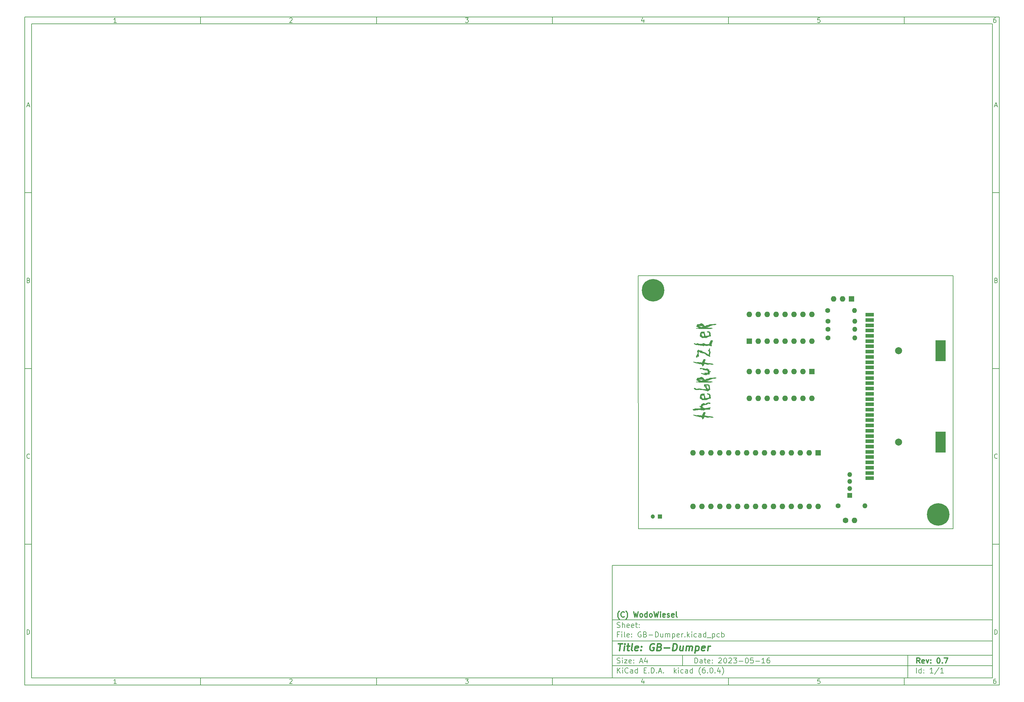
<source format=gbr>
%TF.GenerationSoftware,KiCad,Pcbnew,(6.0.4)*%
%TF.CreationDate,2023-10-22T17:32:39+02:00*%
%TF.ProjectId,GB-Dumper,47422d44-756d-4706-9572-2e6b69636164,0.7*%
%TF.SameCoordinates,Original*%
%TF.FileFunction,Soldermask,Top*%
%TF.FilePolarity,Negative*%
%FSLAX46Y46*%
G04 Gerber Fmt 4.6, Leading zero omitted, Abs format (unit mm)*
G04 Created by KiCad (PCBNEW (6.0.4)) date 2023-10-22 17:32:39*
%MOMM*%
%LPD*%
G01*
G04 APERTURE LIST*
%ADD10C,0.100000*%
%ADD11C,0.150000*%
%ADD12C,0.300000*%
%ADD13C,0.400000*%
%TA.AperFunction,Profile*%
%ADD14C,0.150000*%
%TD*%
%ADD15C,0.010000*%
%ADD16C,2.000000*%
%ADD17R,2.400000X1.000000*%
%ADD18R,3.000000X6.000000*%
%ADD19C,1.600000*%
%ADD20O,1.600000X1.600000*%
%ADD21R,1.600000X1.600000*%
%ADD22C,1.400000*%
%ADD23O,1.400000X1.400000*%
%ADD24R,1.350000X1.350000*%
%ADD25O,1.350000X1.350000*%
%ADD26R,1.200000X1.200000*%
%ADD27C,1.200000*%
%ADD28C,6.400000*%
G04 APERTURE END LIST*
D10*
D11*
X177002200Y-166007200D02*
X177002200Y-198007200D01*
X285002200Y-198007200D01*
X285002200Y-166007200D01*
X177002200Y-166007200D01*
D10*
D11*
X10000000Y-10000000D02*
X10000000Y-200007200D01*
X287002200Y-200007200D01*
X287002200Y-10000000D01*
X10000000Y-10000000D01*
D10*
D11*
X12000000Y-12000000D02*
X12000000Y-198007200D01*
X285002200Y-198007200D01*
X285002200Y-12000000D01*
X12000000Y-12000000D01*
D10*
D11*
X60000000Y-12000000D02*
X60000000Y-10000000D01*
D10*
D11*
X110000000Y-12000000D02*
X110000000Y-10000000D01*
D10*
D11*
X160000000Y-12000000D02*
X160000000Y-10000000D01*
D10*
D11*
X210000000Y-12000000D02*
X210000000Y-10000000D01*
D10*
D11*
X260000000Y-12000000D02*
X260000000Y-10000000D01*
D10*
D11*
X36065476Y-11588095D02*
X35322619Y-11588095D01*
X35694047Y-11588095D02*
X35694047Y-10288095D01*
X35570238Y-10473809D01*
X35446428Y-10597619D01*
X35322619Y-10659523D01*
D10*
D11*
X85322619Y-10411904D02*
X85384523Y-10350000D01*
X85508333Y-10288095D01*
X85817857Y-10288095D01*
X85941666Y-10350000D01*
X86003571Y-10411904D01*
X86065476Y-10535714D01*
X86065476Y-10659523D01*
X86003571Y-10845238D01*
X85260714Y-11588095D01*
X86065476Y-11588095D01*
D10*
D11*
X135260714Y-10288095D02*
X136065476Y-10288095D01*
X135632142Y-10783333D01*
X135817857Y-10783333D01*
X135941666Y-10845238D01*
X136003571Y-10907142D01*
X136065476Y-11030952D01*
X136065476Y-11340476D01*
X136003571Y-11464285D01*
X135941666Y-11526190D01*
X135817857Y-11588095D01*
X135446428Y-11588095D01*
X135322619Y-11526190D01*
X135260714Y-11464285D01*
D10*
D11*
X185941666Y-10721428D02*
X185941666Y-11588095D01*
X185632142Y-10226190D02*
X185322619Y-11154761D01*
X186127380Y-11154761D01*
D10*
D11*
X236003571Y-10288095D02*
X235384523Y-10288095D01*
X235322619Y-10907142D01*
X235384523Y-10845238D01*
X235508333Y-10783333D01*
X235817857Y-10783333D01*
X235941666Y-10845238D01*
X236003571Y-10907142D01*
X236065476Y-11030952D01*
X236065476Y-11340476D01*
X236003571Y-11464285D01*
X235941666Y-11526190D01*
X235817857Y-11588095D01*
X235508333Y-11588095D01*
X235384523Y-11526190D01*
X235322619Y-11464285D01*
D10*
D11*
X285941666Y-10288095D02*
X285694047Y-10288095D01*
X285570238Y-10350000D01*
X285508333Y-10411904D01*
X285384523Y-10597619D01*
X285322619Y-10845238D01*
X285322619Y-11340476D01*
X285384523Y-11464285D01*
X285446428Y-11526190D01*
X285570238Y-11588095D01*
X285817857Y-11588095D01*
X285941666Y-11526190D01*
X286003571Y-11464285D01*
X286065476Y-11340476D01*
X286065476Y-11030952D01*
X286003571Y-10907142D01*
X285941666Y-10845238D01*
X285817857Y-10783333D01*
X285570238Y-10783333D01*
X285446428Y-10845238D01*
X285384523Y-10907142D01*
X285322619Y-11030952D01*
D10*
D11*
X60000000Y-198007200D02*
X60000000Y-200007200D01*
D10*
D11*
X110000000Y-198007200D02*
X110000000Y-200007200D01*
D10*
D11*
X160000000Y-198007200D02*
X160000000Y-200007200D01*
D10*
D11*
X210000000Y-198007200D02*
X210000000Y-200007200D01*
D10*
D11*
X260000000Y-198007200D02*
X260000000Y-200007200D01*
D10*
D11*
X36065476Y-199595295D02*
X35322619Y-199595295D01*
X35694047Y-199595295D02*
X35694047Y-198295295D01*
X35570238Y-198481009D01*
X35446428Y-198604819D01*
X35322619Y-198666723D01*
D10*
D11*
X85322619Y-198419104D02*
X85384523Y-198357200D01*
X85508333Y-198295295D01*
X85817857Y-198295295D01*
X85941666Y-198357200D01*
X86003571Y-198419104D01*
X86065476Y-198542914D01*
X86065476Y-198666723D01*
X86003571Y-198852438D01*
X85260714Y-199595295D01*
X86065476Y-199595295D01*
D10*
D11*
X135260714Y-198295295D02*
X136065476Y-198295295D01*
X135632142Y-198790533D01*
X135817857Y-198790533D01*
X135941666Y-198852438D01*
X136003571Y-198914342D01*
X136065476Y-199038152D01*
X136065476Y-199347676D01*
X136003571Y-199471485D01*
X135941666Y-199533390D01*
X135817857Y-199595295D01*
X135446428Y-199595295D01*
X135322619Y-199533390D01*
X135260714Y-199471485D01*
D10*
D11*
X185941666Y-198728628D02*
X185941666Y-199595295D01*
X185632142Y-198233390D02*
X185322619Y-199161961D01*
X186127380Y-199161961D01*
D10*
D11*
X236003571Y-198295295D02*
X235384523Y-198295295D01*
X235322619Y-198914342D01*
X235384523Y-198852438D01*
X235508333Y-198790533D01*
X235817857Y-198790533D01*
X235941666Y-198852438D01*
X236003571Y-198914342D01*
X236065476Y-199038152D01*
X236065476Y-199347676D01*
X236003571Y-199471485D01*
X235941666Y-199533390D01*
X235817857Y-199595295D01*
X235508333Y-199595295D01*
X235384523Y-199533390D01*
X235322619Y-199471485D01*
D10*
D11*
X285941666Y-198295295D02*
X285694047Y-198295295D01*
X285570238Y-198357200D01*
X285508333Y-198419104D01*
X285384523Y-198604819D01*
X285322619Y-198852438D01*
X285322619Y-199347676D01*
X285384523Y-199471485D01*
X285446428Y-199533390D01*
X285570238Y-199595295D01*
X285817857Y-199595295D01*
X285941666Y-199533390D01*
X286003571Y-199471485D01*
X286065476Y-199347676D01*
X286065476Y-199038152D01*
X286003571Y-198914342D01*
X285941666Y-198852438D01*
X285817857Y-198790533D01*
X285570238Y-198790533D01*
X285446428Y-198852438D01*
X285384523Y-198914342D01*
X285322619Y-199038152D01*
D10*
D11*
X10000000Y-60000000D02*
X12000000Y-60000000D01*
D10*
D11*
X10000000Y-110000000D02*
X12000000Y-110000000D01*
D10*
D11*
X10000000Y-160000000D02*
X12000000Y-160000000D01*
D10*
D11*
X10690476Y-35216666D02*
X11309523Y-35216666D01*
X10566666Y-35588095D02*
X11000000Y-34288095D01*
X11433333Y-35588095D01*
D10*
D11*
X11092857Y-84907142D02*
X11278571Y-84969047D01*
X11340476Y-85030952D01*
X11402380Y-85154761D01*
X11402380Y-85340476D01*
X11340476Y-85464285D01*
X11278571Y-85526190D01*
X11154761Y-85588095D01*
X10659523Y-85588095D01*
X10659523Y-84288095D01*
X11092857Y-84288095D01*
X11216666Y-84350000D01*
X11278571Y-84411904D01*
X11340476Y-84535714D01*
X11340476Y-84659523D01*
X11278571Y-84783333D01*
X11216666Y-84845238D01*
X11092857Y-84907142D01*
X10659523Y-84907142D01*
D10*
D11*
X11402380Y-135464285D02*
X11340476Y-135526190D01*
X11154761Y-135588095D01*
X11030952Y-135588095D01*
X10845238Y-135526190D01*
X10721428Y-135402380D01*
X10659523Y-135278571D01*
X10597619Y-135030952D01*
X10597619Y-134845238D01*
X10659523Y-134597619D01*
X10721428Y-134473809D01*
X10845238Y-134350000D01*
X11030952Y-134288095D01*
X11154761Y-134288095D01*
X11340476Y-134350000D01*
X11402380Y-134411904D01*
D10*
D11*
X10659523Y-185588095D02*
X10659523Y-184288095D01*
X10969047Y-184288095D01*
X11154761Y-184350000D01*
X11278571Y-184473809D01*
X11340476Y-184597619D01*
X11402380Y-184845238D01*
X11402380Y-185030952D01*
X11340476Y-185278571D01*
X11278571Y-185402380D01*
X11154761Y-185526190D01*
X10969047Y-185588095D01*
X10659523Y-185588095D01*
D10*
D11*
X287002200Y-60000000D02*
X285002200Y-60000000D01*
D10*
D11*
X287002200Y-110000000D02*
X285002200Y-110000000D01*
D10*
D11*
X287002200Y-160000000D02*
X285002200Y-160000000D01*
D10*
D11*
X285692676Y-35216666D02*
X286311723Y-35216666D01*
X285568866Y-35588095D02*
X286002200Y-34288095D01*
X286435533Y-35588095D01*
D10*
D11*
X286095057Y-84907142D02*
X286280771Y-84969047D01*
X286342676Y-85030952D01*
X286404580Y-85154761D01*
X286404580Y-85340476D01*
X286342676Y-85464285D01*
X286280771Y-85526190D01*
X286156961Y-85588095D01*
X285661723Y-85588095D01*
X285661723Y-84288095D01*
X286095057Y-84288095D01*
X286218866Y-84350000D01*
X286280771Y-84411904D01*
X286342676Y-84535714D01*
X286342676Y-84659523D01*
X286280771Y-84783333D01*
X286218866Y-84845238D01*
X286095057Y-84907142D01*
X285661723Y-84907142D01*
D10*
D11*
X286404580Y-135464285D02*
X286342676Y-135526190D01*
X286156961Y-135588095D01*
X286033152Y-135588095D01*
X285847438Y-135526190D01*
X285723628Y-135402380D01*
X285661723Y-135278571D01*
X285599819Y-135030952D01*
X285599819Y-134845238D01*
X285661723Y-134597619D01*
X285723628Y-134473809D01*
X285847438Y-134350000D01*
X286033152Y-134288095D01*
X286156961Y-134288095D01*
X286342676Y-134350000D01*
X286404580Y-134411904D01*
D10*
D11*
X285661723Y-185588095D02*
X285661723Y-184288095D01*
X285971247Y-184288095D01*
X286156961Y-184350000D01*
X286280771Y-184473809D01*
X286342676Y-184597619D01*
X286404580Y-184845238D01*
X286404580Y-185030952D01*
X286342676Y-185278571D01*
X286280771Y-185402380D01*
X286156961Y-185526190D01*
X285971247Y-185588095D01*
X285661723Y-185588095D01*
D10*
D11*
X200434342Y-193785771D02*
X200434342Y-192285771D01*
X200791485Y-192285771D01*
X201005771Y-192357200D01*
X201148628Y-192500057D01*
X201220057Y-192642914D01*
X201291485Y-192928628D01*
X201291485Y-193142914D01*
X201220057Y-193428628D01*
X201148628Y-193571485D01*
X201005771Y-193714342D01*
X200791485Y-193785771D01*
X200434342Y-193785771D01*
X202577200Y-193785771D02*
X202577200Y-193000057D01*
X202505771Y-192857200D01*
X202362914Y-192785771D01*
X202077200Y-192785771D01*
X201934342Y-192857200D01*
X202577200Y-193714342D02*
X202434342Y-193785771D01*
X202077200Y-193785771D01*
X201934342Y-193714342D01*
X201862914Y-193571485D01*
X201862914Y-193428628D01*
X201934342Y-193285771D01*
X202077200Y-193214342D01*
X202434342Y-193214342D01*
X202577200Y-193142914D01*
X203077200Y-192785771D02*
X203648628Y-192785771D01*
X203291485Y-192285771D02*
X203291485Y-193571485D01*
X203362914Y-193714342D01*
X203505771Y-193785771D01*
X203648628Y-193785771D01*
X204720057Y-193714342D02*
X204577200Y-193785771D01*
X204291485Y-193785771D01*
X204148628Y-193714342D01*
X204077200Y-193571485D01*
X204077200Y-193000057D01*
X204148628Y-192857200D01*
X204291485Y-192785771D01*
X204577200Y-192785771D01*
X204720057Y-192857200D01*
X204791485Y-193000057D01*
X204791485Y-193142914D01*
X204077200Y-193285771D01*
X205434342Y-193642914D02*
X205505771Y-193714342D01*
X205434342Y-193785771D01*
X205362914Y-193714342D01*
X205434342Y-193642914D01*
X205434342Y-193785771D01*
X205434342Y-192857200D02*
X205505771Y-192928628D01*
X205434342Y-193000057D01*
X205362914Y-192928628D01*
X205434342Y-192857200D01*
X205434342Y-193000057D01*
X207220057Y-192428628D02*
X207291485Y-192357200D01*
X207434342Y-192285771D01*
X207791485Y-192285771D01*
X207934342Y-192357200D01*
X208005771Y-192428628D01*
X208077200Y-192571485D01*
X208077200Y-192714342D01*
X208005771Y-192928628D01*
X207148628Y-193785771D01*
X208077200Y-193785771D01*
X209005771Y-192285771D02*
X209148628Y-192285771D01*
X209291485Y-192357200D01*
X209362914Y-192428628D01*
X209434342Y-192571485D01*
X209505771Y-192857200D01*
X209505771Y-193214342D01*
X209434342Y-193500057D01*
X209362914Y-193642914D01*
X209291485Y-193714342D01*
X209148628Y-193785771D01*
X209005771Y-193785771D01*
X208862914Y-193714342D01*
X208791485Y-193642914D01*
X208720057Y-193500057D01*
X208648628Y-193214342D01*
X208648628Y-192857200D01*
X208720057Y-192571485D01*
X208791485Y-192428628D01*
X208862914Y-192357200D01*
X209005771Y-192285771D01*
X210077200Y-192428628D02*
X210148628Y-192357200D01*
X210291485Y-192285771D01*
X210648628Y-192285771D01*
X210791485Y-192357200D01*
X210862914Y-192428628D01*
X210934342Y-192571485D01*
X210934342Y-192714342D01*
X210862914Y-192928628D01*
X210005771Y-193785771D01*
X210934342Y-193785771D01*
X211434342Y-192285771D02*
X212362914Y-192285771D01*
X211862914Y-192857200D01*
X212077200Y-192857200D01*
X212220057Y-192928628D01*
X212291485Y-193000057D01*
X212362914Y-193142914D01*
X212362914Y-193500057D01*
X212291485Y-193642914D01*
X212220057Y-193714342D01*
X212077200Y-193785771D01*
X211648628Y-193785771D01*
X211505771Y-193714342D01*
X211434342Y-193642914D01*
X213005771Y-193214342D02*
X214148628Y-193214342D01*
X215148628Y-192285771D02*
X215291485Y-192285771D01*
X215434342Y-192357200D01*
X215505771Y-192428628D01*
X215577200Y-192571485D01*
X215648628Y-192857200D01*
X215648628Y-193214342D01*
X215577200Y-193500057D01*
X215505771Y-193642914D01*
X215434342Y-193714342D01*
X215291485Y-193785771D01*
X215148628Y-193785771D01*
X215005771Y-193714342D01*
X214934342Y-193642914D01*
X214862914Y-193500057D01*
X214791485Y-193214342D01*
X214791485Y-192857200D01*
X214862914Y-192571485D01*
X214934342Y-192428628D01*
X215005771Y-192357200D01*
X215148628Y-192285771D01*
X217005771Y-192285771D02*
X216291485Y-192285771D01*
X216220057Y-193000057D01*
X216291485Y-192928628D01*
X216434342Y-192857200D01*
X216791485Y-192857200D01*
X216934342Y-192928628D01*
X217005771Y-193000057D01*
X217077200Y-193142914D01*
X217077200Y-193500057D01*
X217005771Y-193642914D01*
X216934342Y-193714342D01*
X216791485Y-193785771D01*
X216434342Y-193785771D01*
X216291485Y-193714342D01*
X216220057Y-193642914D01*
X217720057Y-193214342D02*
X218862914Y-193214342D01*
X220362914Y-193785771D02*
X219505771Y-193785771D01*
X219934342Y-193785771D02*
X219934342Y-192285771D01*
X219791485Y-192500057D01*
X219648628Y-192642914D01*
X219505771Y-192714342D01*
X221648628Y-192285771D02*
X221362914Y-192285771D01*
X221220057Y-192357200D01*
X221148628Y-192428628D01*
X221005771Y-192642914D01*
X220934342Y-192928628D01*
X220934342Y-193500057D01*
X221005771Y-193642914D01*
X221077200Y-193714342D01*
X221220057Y-193785771D01*
X221505771Y-193785771D01*
X221648628Y-193714342D01*
X221720057Y-193642914D01*
X221791485Y-193500057D01*
X221791485Y-193142914D01*
X221720057Y-193000057D01*
X221648628Y-192928628D01*
X221505771Y-192857200D01*
X221220057Y-192857200D01*
X221077200Y-192928628D01*
X221005771Y-193000057D01*
X220934342Y-193142914D01*
D10*
D11*
X177002200Y-194507200D02*
X285002200Y-194507200D01*
D10*
D11*
X178434342Y-196585771D02*
X178434342Y-195085771D01*
X179291485Y-196585771D02*
X178648628Y-195728628D01*
X179291485Y-195085771D02*
X178434342Y-195942914D01*
X179934342Y-196585771D02*
X179934342Y-195585771D01*
X179934342Y-195085771D02*
X179862914Y-195157200D01*
X179934342Y-195228628D01*
X180005771Y-195157200D01*
X179934342Y-195085771D01*
X179934342Y-195228628D01*
X181505771Y-196442914D02*
X181434342Y-196514342D01*
X181220057Y-196585771D01*
X181077200Y-196585771D01*
X180862914Y-196514342D01*
X180720057Y-196371485D01*
X180648628Y-196228628D01*
X180577200Y-195942914D01*
X180577200Y-195728628D01*
X180648628Y-195442914D01*
X180720057Y-195300057D01*
X180862914Y-195157200D01*
X181077200Y-195085771D01*
X181220057Y-195085771D01*
X181434342Y-195157200D01*
X181505771Y-195228628D01*
X182791485Y-196585771D02*
X182791485Y-195800057D01*
X182720057Y-195657200D01*
X182577200Y-195585771D01*
X182291485Y-195585771D01*
X182148628Y-195657200D01*
X182791485Y-196514342D02*
X182648628Y-196585771D01*
X182291485Y-196585771D01*
X182148628Y-196514342D01*
X182077200Y-196371485D01*
X182077200Y-196228628D01*
X182148628Y-196085771D01*
X182291485Y-196014342D01*
X182648628Y-196014342D01*
X182791485Y-195942914D01*
X184148628Y-196585771D02*
X184148628Y-195085771D01*
X184148628Y-196514342D02*
X184005771Y-196585771D01*
X183720057Y-196585771D01*
X183577200Y-196514342D01*
X183505771Y-196442914D01*
X183434342Y-196300057D01*
X183434342Y-195871485D01*
X183505771Y-195728628D01*
X183577200Y-195657200D01*
X183720057Y-195585771D01*
X184005771Y-195585771D01*
X184148628Y-195657200D01*
X186005771Y-195800057D02*
X186505771Y-195800057D01*
X186720057Y-196585771D02*
X186005771Y-196585771D01*
X186005771Y-195085771D01*
X186720057Y-195085771D01*
X187362914Y-196442914D02*
X187434342Y-196514342D01*
X187362914Y-196585771D01*
X187291485Y-196514342D01*
X187362914Y-196442914D01*
X187362914Y-196585771D01*
X188077200Y-196585771D02*
X188077200Y-195085771D01*
X188434342Y-195085771D01*
X188648628Y-195157200D01*
X188791485Y-195300057D01*
X188862914Y-195442914D01*
X188934342Y-195728628D01*
X188934342Y-195942914D01*
X188862914Y-196228628D01*
X188791485Y-196371485D01*
X188648628Y-196514342D01*
X188434342Y-196585771D01*
X188077200Y-196585771D01*
X189577200Y-196442914D02*
X189648628Y-196514342D01*
X189577200Y-196585771D01*
X189505771Y-196514342D01*
X189577200Y-196442914D01*
X189577200Y-196585771D01*
X190220057Y-196157200D02*
X190934342Y-196157200D01*
X190077200Y-196585771D02*
X190577200Y-195085771D01*
X191077200Y-196585771D01*
X191577200Y-196442914D02*
X191648628Y-196514342D01*
X191577200Y-196585771D01*
X191505771Y-196514342D01*
X191577200Y-196442914D01*
X191577200Y-196585771D01*
X194577200Y-196585771D02*
X194577200Y-195085771D01*
X194720057Y-196014342D02*
X195148628Y-196585771D01*
X195148628Y-195585771D02*
X194577200Y-196157200D01*
X195791485Y-196585771D02*
X195791485Y-195585771D01*
X195791485Y-195085771D02*
X195720057Y-195157200D01*
X195791485Y-195228628D01*
X195862914Y-195157200D01*
X195791485Y-195085771D01*
X195791485Y-195228628D01*
X197148628Y-196514342D02*
X197005771Y-196585771D01*
X196720057Y-196585771D01*
X196577200Y-196514342D01*
X196505771Y-196442914D01*
X196434342Y-196300057D01*
X196434342Y-195871485D01*
X196505771Y-195728628D01*
X196577200Y-195657200D01*
X196720057Y-195585771D01*
X197005771Y-195585771D01*
X197148628Y-195657200D01*
X198434342Y-196585771D02*
X198434342Y-195800057D01*
X198362914Y-195657200D01*
X198220057Y-195585771D01*
X197934342Y-195585771D01*
X197791485Y-195657200D01*
X198434342Y-196514342D02*
X198291485Y-196585771D01*
X197934342Y-196585771D01*
X197791485Y-196514342D01*
X197720057Y-196371485D01*
X197720057Y-196228628D01*
X197791485Y-196085771D01*
X197934342Y-196014342D01*
X198291485Y-196014342D01*
X198434342Y-195942914D01*
X199791485Y-196585771D02*
X199791485Y-195085771D01*
X199791485Y-196514342D02*
X199648628Y-196585771D01*
X199362914Y-196585771D01*
X199220057Y-196514342D01*
X199148628Y-196442914D01*
X199077200Y-196300057D01*
X199077200Y-195871485D01*
X199148628Y-195728628D01*
X199220057Y-195657200D01*
X199362914Y-195585771D01*
X199648628Y-195585771D01*
X199791485Y-195657200D01*
X202077200Y-197157200D02*
X202005771Y-197085771D01*
X201862914Y-196871485D01*
X201791485Y-196728628D01*
X201720057Y-196514342D01*
X201648628Y-196157200D01*
X201648628Y-195871485D01*
X201720057Y-195514342D01*
X201791485Y-195300057D01*
X201862914Y-195157200D01*
X202005771Y-194942914D01*
X202077200Y-194871485D01*
X203291485Y-195085771D02*
X203005771Y-195085771D01*
X202862914Y-195157200D01*
X202791485Y-195228628D01*
X202648628Y-195442914D01*
X202577200Y-195728628D01*
X202577200Y-196300057D01*
X202648628Y-196442914D01*
X202720057Y-196514342D01*
X202862914Y-196585771D01*
X203148628Y-196585771D01*
X203291485Y-196514342D01*
X203362914Y-196442914D01*
X203434342Y-196300057D01*
X203434342Y-195942914D01*
X203362914Y-195800057D01*
X203291485Y-195728628D01*
X203148628Y-195657200D01*
X202862914Y-195657200D01*
X202720057Y-195728628D01*
X202648628Y-195800057D01*
X202577200Y-195942914D01*
X204077200Y-196442914D02*
X204148628Y-196514342D01*
X204077200Y-196585771D01*
X204005771Y-196514342D01*
X204077200Y-196442914D01*
X204077200Y-196585771D01*
X205077200Y-195085771D02*
X205220057Y-195085771D01*
X205362914Y-195157200D01*
X205434342Y-195228628D01*
X205505771Y-195371485D01*
X205577200Y-195657200D01*
X205577200Y-196014342D01*
X205505771Y-196300057D01*
X205434342Y-196442914D01*
X205362914Y-196514342D01*
X205220057Y-196585771D01*
X205077200Y-196585771D01*
X204934342Y-196514342D01*
X204862914Y-196442914D01*
X204791485Y-196300057D01*
X204720057Y-196014342D01*
X204720057Y-195657200D01*
X204791485Y-195371485D01*
X204862914Y-195228628D01*
X204934342Y-195157200D01*
X205077200Y-195085771D01*
X206220057Y-196442914D02*
X206291485Y-196514342D01*
X206220057Y-196585771D01*
X206148628Y-196514342D01*
X206220057Y-196442914D01*
X206220057Y-196585771D01*
X207577200Y-195585771D02*
X207577200Y-196585771D01*
X207220057Y-195014342D02*
X206862914Y-196085771D01*
X207791485Y-196085771D01*
X208220057Y-197157200D02*
X208291485Y-197085771D01*
X208434342Y-196871485D01*
X208505771Y-196728628D01*
X208577200Y-196514342D01*
X208648628Y-196157200D01*
X208648628Y-195871485D01*
X208577200Y-195514342D01*
X208505771Y-195300057D01*
X208434342Y-195157200D01*
X208291485Y-194942914D01*
X208220057Y-194871485D01*
D10*
D11*
X177002200Y-191507200D02*
X285002200Y-191507200D01*
D10*
D12*
X264411485Y-193785771D02*
X263911485Y-193071485D01*
X263554342Y-193785771D02*
X263554342Y-192285771D01*
X264125771Y-192285771D01*
X264268628Y-192357200D01*
X264340057Y-192428628D01*
X264411485Y-192571485D01*
X264411485Y-192785771D01*
X264340057Y-192928628D01*
X264268628Y-193000057D01*
X264125771Y-193071485D01*
X263554342Y-193071485D01*
X265625771Y-193714342D02*
X265482914Y-193785771D01*
X265197200Y-193785771D01*
X265054342Y-193714342D01*
X264982914Y-193571485D01*
X264982914Y-193000057D01*
X265054342Y-192857200D01*
X265197200Y-192785771D01*
X265482914Y-192785771D01*
X265625771Y-192857200D01*
X265697200Y-193000057D01*
X265697200Y-193142914D01*
X264982914Y-193285771D01*
X266197200Y-192785771D02*
X266554342Y-193785771D01*
X266911485Y-192785771D01*
X267482914Y-193642914D02*
X267554342Y-193714342D01*
X267482914Y-193785771D01*
X267411485Y-193714342D01*
X267482914Y-193642914D01*
X267482914Y-193785771D01*
X267482914Y-192857200D02*
X267554342Y-192928628D01*
X267482914Y-193000057D01*
X267411485Y-192928628D01*
X267482914Y-192857200D01*
X267482914Y-193000057D01*
X269625771Y-192285771D02*
X269768628Y-192285771D01*
X269911485Y-192357200D01*
X269982914Y-192428628D01*
X270054342Y-192571485D01*
X270125771Y-192857200D01*
X270125771Y-193214342D01*
X270054342Y-193500057D01*
X269982914Y-193642914D01*
X269911485Y-193714342D01*
X269768628Y-193785771D01*
X269625771Y-193785771D01*
X269482914Y-193714342D01*
X269411485Y-193642914D01*
X269340057Y-193500057D01*
X269268628Y-193214342D01*
X269268628Y-192857200D01*
X269340057Y-192571485D01*
X269411485Y-192428628D01*
X269482914Y-192357200D01*
X269625771Y-192285771D01*
X270768628Y-193642914D02*
X270840057Y-193714342D01*
X270768628Y-193785771D01*
X270697200Y-193714342D01*
X270768628Y-193642914D01*
X270768628Y-193785771D01*
X271340057Y-192285771D02*
X272340057Y-192285771D01*
X271697200Y-193785771D01*
D10*
D11*
X178362914Y-193714342D02*
X178577200Y-193785771D01*
X178934342Y-193785771D01*
X179077200Y-193714342D01*
X179148628Y-193642914D01*
X179220057Y-193500057D01*
X179220057Y-193357200D01*
X179148628Y-193214342D01*
X179077200Y-193142914D01*
X178934342Y-193071485D01*
X178648628Y-193000057D01*
X178505771Y-192928628D01*
X178434342Y-192857200D01*
X178362914Y-192714342D01*
X178362914Y-192571485D01*
X178434342Y-192428628D01*
X178505771Y-192357200D01*
X178648628Y-192285771D01*
X179005771Y-192285771D01*
X179220057Y-192357200D01*
X179862914Y-193785771D02*
X179862914Y-192785771D01*
X179862914Y-192285771D02*
X179791485Y-192357200D01*
X179862914Y-192428628D01*
X179934342Y-192357200D01*
X179862914Y-192285771D01*
X179862914Y-192428628D01*
X180434342Y-192785771D02*
X181220057Y-192785771D01*
X180434342Y-193785771D01*
X181220057Y-193785771D01*
X182362914Y-193714342D02*
X182220057Y-193785771D01*
X181934342Y-193785771D01*
X181791485Y-193714342D01*
X181720057Y-193571485D01*
X181720057Y-193000057D01*
X181791485Y-192857200D01*
X181934342Y-192785771D01*
X182220057Y-192785771D01*
X182362914Y-192857200D01*
X182434342Y-193000057D01*
X182434342Y-193142914D01*
X181720057Y-193285771D01*
X183077200Y-193642914D02*
X183148628Y-193714342D01*
X183077200Y-193785771D01*
X183005771Y-193714342D01*
X183077200Y-193642914D01*
X183077200Y-193785771D01*
X183077200Y-192857200D02*
X183148628Y-192928628D01*
X183077200Y-193000057D01*
X183005771Y-192928628D01*
X183077200Y-192857200D01*
X183077200Y-193000057D01*
X184862914Y-193357200D02*
X185577200Y-193357200D01*
X184720057Y-193785771D02*
X185220057Y-192285771D01*
X185720057Y-193785771D01*
X186862914Y-192785771D02*
X186862914Y-193785771D01*
X186505771Y-192214342D02*
X186148628Y-193285771D01*
X187077200Y-193285771D01*
D10*
D11*
X263434342Y-196585771D02*
X263434342Y-195085771D01*
X264791485Y-196585771D02*
X264791485Y-195085771D01*
X264791485Y-196514342D02*
X264648628Y-196585771D01*
X264362914Y-196585771D01*
X264220057Y-196514342D01*
X264148628Y-196442914D01*
X264077200Y-196300057D01*
X264077200Y-195871485D01*
X264148628Y-195728628D01*
X264220057Y-195657200D01*
X264362914Y-195585771D01*
X264648628Y-195585771D01*
X264791485Y-195657200D01*
X265505771Y-196442914D02*
X265577200Y-196514342D01*
X265505771Y-196585771D01*
X265434342Y-196514342D01*
X265505771Y-196442914D01*
X265505771Y-196585771D01*
X265505771Y-195657200D02*
X265577200Y-195728628D01*
X265505771Y-195800057D01*
X265434342Y-195728628D01*
X265505771Y-195657200D01*
X265505771Y-195800057D01*
X268148628Y-196585771D02*
X267291485Y-196585771D01*
X267720057Y-196585771D02*
X267720057Y-195085771D01*
X267577200Y-195300057D01*
X267434342Y-195442914D01*
X267291485Y-195514342D01*
X269862914Y-195014342D02*
X268577200Y-196942914D01*
X271148628Y-196585771D02*
X270291485Y-196585771D01*
X270720057Y-196585771D02*
X270720057Y-195085771D01*
X270577200Y-195300057D01*
X270434342Y-195442914D01*
X270291485Y-195514342D01*
D10*
D11*
X177002200Y-187507200D02*
X285002200Y-187507200D01*
D10*
D13*
X178714580Y-188211961D02*
X179857438Y-188211961D01*
X179036009Y-190211961D02*
X179286009Y-188211961D01*
X180274104Y-190211961D02*
X180440771Y-188878628D01*
X180524104Y-188211961D02*
X180416961Y-188307200D01*
X180500295Y-188402438D01*
X180607438Y-188307200D01*
X180524104Y-188211961D01*
X180500295Y-188402438D01*
X181107438Y-188878628D02*
X181869342Y-188878628D01*
X181476485Y-188211961D02*
X181262200Y-189926247D01*
X181333628Y-190116723D01*
X181512200Y-190211961D01*
X181702676Y-190211961D01*
X182655057Y-190211961D02*
X182476485Y-190116723D01*
X182405057Y-189926247D01*
X182619342Y-188211961D01*
X184190771Y-190116723D02*
X183988390Y-190211961D01*
X183607438Y-190211961D01*
X183428866Y-190116723D01*
X183357438Y-189926247D01*
X183452676Y-189164342D01*
X183571723Y-188973866D01*
X183774104Y-188878628D01*
X184155057Y-188878628D01*
X184333628Y-188973866D01*
X184405057Y-189164342D01*
X184381247Y-189354819D01*
X183405057Y-189545295D01*
X185155057Y-190021485D02*
X185238390Y-190116723D01*
X185131247Y-190211961D01*
X185047914Y-190116723D01*
X185155057Y-190021485D01*
X185131247Y-190211961D01*
X185286009Y-188973866D02*
X185369342Y-189069104D01*
X185262200Y-189164342D01*
X185178866Y-189069104D01*
X185286009Y-188973866D01*
X185262200Y-189164342D01*
X188893152Y-188307200D02*
X188714580Y-188211961D01*
X188428866Y-188211961D01*
X188131247Y-188307200D01*
X187916961Y-188497676D01*
X187797914Y-188688152D01*
X187655057Y-189069104D01*
X187619342Y-189354819D01*
X187666961Y-189735771D01*
X187738390Y-189926247D01*
X187905057Y-190116723D01*
X188178866Y-190211961D01*
X188369342Y-190211961D01*
X188666961Y-190116723D01*
X188774104Y-190021485D01*
X188857438Y-189354819D01*
X188476485Y-189354819D01*
X190405057Y-189164342D02*
X190678866Y-189259580D01*
X190762200Y-189354819D01*
X190833628Y-189545295D01*
X190797914Y-189831009D01*
X190678866Y-190021485D01*
X190571723Y-190116723D01*
X190369342Y-190211961D01*
X189607438Y-190211961D01*
X189857438Y-188211961D01*
X190524104Y-188211961D01*
X190702676Y-188307200D01*
X190786009Y-188402438D01*
X190857438Y-188592914D01*
X190833628Y-188783390D01*
X190714580Y-188973866D01*
X190607438Y-189069104D01*
X190405057Y-189164342D01*
X189738390Y-189164342D01*
X191702676Y-189450057D02*
X193226485Y-189450057D01*
X194083628Y-190211961D02*
X194333628Y-188211961D01*
X194809819Y-188211961D01*
X195083628Y-188307200D01*
X195250295Y-188497676D01*
X195321723Y-188688152D01*
X195369342Y-189069104D01*
X195333628Y-189354819D01*
X195190771Y-189735771D01*
X195071723Y-189926247D01*
X194857438Y-190116723D01*
X194559819Y-190211961D01*
X194083628Y-190211961D01*
X197107438Y-188878628D02*
X196940771Y-190211961D01*
X196250295Y-188878628D02*
X196119342Y-189926247D01*
X196190771Y-190116723D01*
X196369342Y-190211961D01*
X196655057Y-190211961D01*
X196857438Y-190116723D01*
X196964580Y-190021485D01*
X197893152Y-190211961D02*
X198059819Y-188878628D01*
X198036009Y-189069104D02*
X198143152Y-188973866D01*
X198345533Y-188878628D01*
X198631247Y-188878628D01*
X198809819Y-188973866D01*
X198881247Y-189164342D01*
X198750295Y-190211961D01*
X198881247Y-189164342D02*
X199000295Y-188973866D01*
X199202676Y-188878628D01*
X199488390Y-188878628D01*
X199666961Y-188973866D01*
X199738390Y-189164342D01*
X199607438Y-190211961D01*
X200726485Y-188878628D02*
X200476485Y-190878628D01*
X200714580Y-188973866D02*
X200916961Y-188878628D01*
X201297914Y-188878628D01*
X201476485Y-188973866D01*
X201559819Y-189069104D01*
X201631247Y-189259580D01*
X201559819Y-189831009D01*
X201440771Y-190021485D01*
X201333628Y-190116723D01*
X201131247Y-190211961D01*
X200750295Y-190211961D01*
X200571723Y-190116723D01*
X203143152Y-190116723D02*
X202940771Y-190211961D01*
X202559819Y-190211961D01*
X202381247Y-190116723D01*
X202309819Y-189926247D01*
X202405057Y-189164342D01*
X202524104Y-188973866D01*
X202726485Y-188878628D01*
X203107438Y-188878628D01*
X203286009Y-188973866D01*
X203357438Y-189164342D01*
X203333628Y-189354819D01*
X202357438Y-189545295D01*
X204083628Y-190211961D02*
X204250295Y-188878628D01*
X204202676Y-189259580D02*
X204321723Y-189069104D01*
X204428866Y-188973866D01*
X204631247Y-188878628D01*
X204821723Y-188878628D01*
D10*
D11*
X178934342Y-185600057D02*
X178434342Y-185600057D01*
X178434342Y-186385771D02*
X178434342Y-184885771D01*
X179148628Y-184885771D01*
X179720057Y-186385771D02*
X179720057Y-185385771D01*
X179720057Y-184885771D02*
X179648628Y-184957200D01*
X179720057Y-185028628D01*
X179791485Y-184957200D01*
X179720057Y-184885771D01*
X179720057Y-185028628D01*
X180648628Y-186385771D02*
X180505771Y-186314342D01*
X180434342Y-186171485D01*
X180434342Y-184885771D01*
X181791485Y-186314342D02*
X181648628Y-186385771D01*
X181362914Y-186385771D01*
X181220057Y-186314342D01*
X181148628Y-186171485D01*
X181148628Y-185600057D01*
X181220057Y-185457200D01*
X181362914Y-185385771D01*
X181648628Y-185385771D01*
X181791485Y-185457200D01*
X181862914Y-185600057D01*
X181862914Y-185742914D01*
X181148628Y-185885771D01*
X182505771Y-186242914D02*
X182577200Y-186314342D01*
X182505771Y-186385771D01*
X182434342Y-186314342D01*
X182505771Y-186242914D01*
X182505771Y-186385771D01*
X182505771Y-185457200D02*
X182577200Y-185528628D01*
X182505771Y-185600057D01*
X182434342Y-185528628D01*
X182505771Y-185457200D01*
X182505771Y-185600057D01*
X185148628Y-184957200D02*
X185005771Y-184885771D01*
X184791485Y-184885771D01*
X184577200Y-184957200D01*
X184434342Y-185100057D01*
X184362914Y-185242914D01*
X184291485Y-185528628D01*
X184291485Y-185742914D01*
X184362914Y-186028628D01*
X184434342Y-186171485D01*
X184577200Y-186314342D01*
X184791485Y-186385771D01*
X184934342Y-186385771D01*
X185148628Y-186314342D01*
X185220057Y-186242914D01*
X185220057Y-185742914D01*
X184934342Y-185742914D01*
X186362914Y-185600057D02*
X186577200Y-185671485D01*
X186648628Y-185742914D01*
X186720057Y-185885771D01*
X186720057Y-186100057D01*
X186648628Y-186242914D01*
X186577200Y-186314342D01*
X186434342Y-186385771D01*
X185862914Y-186385771D01*
X185862914Y-184885771D01*
X186362914Y-184885771D01*
X186505771Y-184957200D01*
X186577200Y-185028628D01*
X186648628Y-185171485D01*
X186648628Y-185314342D01*
X186577200Y-185457200D01*
X186505771Y-185528628D01*
X186362914Y-185600057D01*
X185862914Y-185600057D01*
X187362914Y-185814342D02*
X188505771Y-185814342D01*
X189220057Y-186385771D02*
X189220057Y-184885771D01*
X189577200Y-184885771D01*
X189791485Y-184957200D01*
X189934342Y-185100057D01*
X190005771Y-185242914D01*
X190077200Y-185528628D01*
X190077200Y-185742914D01*
X190005771Y-186028628D01*
X189934342Y-186171485D01*
X189791485Y-186314342D01*
X189577200Y-186385771D01*
X189220057Y-186385771D01*
X191362914Y-185385771D02*
X191362914Y-186385771D01*
X190720057Y-185385771D02*
X190720057Y-186171485D01*
X190791485Y-186314342D01*
X190934342Y-186385771D01*
X191148628Y-186385771D01*
X191291485Y-186314342D01*
X191362914Y-186242914D01*
X192077200Y-186385771D02*
X192077200Y-185385771D01*
X192077200Y-185528628D02*
X192148628Y-185457200D01*
X192291485Y-185385771D01*
X192505771Y-185385771D01*
X192648628Y-185457200D01*
X192720057Y-185600057D01*
X192720057Y-186385771D01*
X192720057Y-185600057D02*
X192791485Y-185457200D01*
X192934342Y-185385771D01*
X193148628Y-185385771D01*
X193291485Y-185457200D01*
X193362914Y-185600057D01*
X193362914Y-186385771D01*
X194077200Y-185385771D02*
X194077200Y-186885771D01*
X194077200Y-185457200D02*
X194220057Y-185385771D01*
X194505771Y-185385771D01*
X194648628Y-185457200D01*
X194720057Y-185528628D01*
X194791485Y-185671485D01*
X194791485Y-186100057D01*
X194720057Y-186242914D01*
X194648628Y-186314342D01*
X194505771Y-186385771D01*
X194220057Y-186385771D01*
X194077200Y-186314342D01*
X196005771Y-186314342D02*
X195862914Y-186385771D01*
X195577200Y-186385771D01*
X195434342Y-186314342D01*
X195362914Y-186171485D01*
X195362914Y-185600057D01*
X195434342Y-185457200D01*
X195577200Y-185385771D01*
X195862914Y-185385771D01*
X196005771Y-185457200D01*
X196077200Y-185600057D01*
X196077200Y-185742914D01*
X195362914Y-185885771D01*
X196720057Y-186385771D02*
X196720057Y-185385771D01*
X196720057Y-185671485D02*
X196791485Y-185528628D01*
X196862914Y-185457200D01*
X197005771Y-185385771D01*
X197148628Y-185385771D01*
X197648628Y-186242914D02*
X197720057Y-186314342D01*
X197648628Y-186385771D01*
X197577200Y-186314342D01*
X197648628Y-186242914D01*
X197648628Y-186385771D01*
X198362914Y-186385771D02*
X198362914Y-184885771D01*
X198505771Y-185814342D02*
X198934342Y-186385771D01*
X198934342Y-185385771D02*
X198362914Y-185957200D01*
X199577200Y-186385771D02*
X199577200Y-185385771D01*
X199577200Y-184885771D02*
X199505771Y-184957200D01*
X199577200Y-185028628D01*
X199648628Y-184957200D01*
X199577200Y-184885771D01*
X199577200Y-185028628D01*
X200934342Y-186314342D02*
X200791485Y-186385771D01*
X200505771Y-186385771D01*
X200362914Y-186314342D01*
X200291485Y-186242914D01*
X200220057Y-186100057D01*
X200220057Y-185671485D01*
X200291485Y-185528628D01*
X200362914Y-185457200D01*
X200505771Y-185385771D01*
X200791485Y-185385771D01*
X200934342Y-185457200D01*
X202220057Y-186385771D02*
X202220057Y-185600057D01*
X202148628Y-185457200D01*
X202005771Y-185385771D01*
X201720057Y-185385771D01*
X201577200Y-185457200D01*
X202220057Y-186314342D02*
X202077200Y-186385771D01*
X201720057Y-186385771D01*
X201577200Y-186314342D01*
X201505771Y-186171485D01*
X201505771Y-186028628D01*
X201577200Y-185885771D01*
X201720057Y-185814342D01*
X202077200Y-185814342D01*
X202220057Y-185742914D01*
X203577200Y-186385771D02*
X203577200Y-184885771D01*
X203577200Y-186314342D02*
X203434342Y-186385771D01*
X203148628Y-186385771D01*
X203005771Y-186314342D01*
X202934342Y-186242914D01*
X202862914Y-186100057D01*
X202862914Y-185671485D01*
X202934342Y-185528628D01*
X203005771Y-185457200D01*
X203148628Y-185385771D01*
X203434342Y-185385771D01*
X203577200Y-185457200D01*
X203934342Y-186528628D02*
X205077200Y-186528628D01*
X205434342Y-185385771D02*
X205434342Y-186885771D01*
X205434342Y-185457200D02*
X205577200Y-185385771D01*
X205862914Y-185385771D01*
X206005771Y-185457200D01*
X206077200Y-185528628D01*
X206148628Y-185671485D01*
X206148628Y-186100057D01*
X206077200Y-186242914D01*
X206005771Y-186314342D01*
X205862914Y-186385771D01*
X205577200Y-186385771D01*
X205434342Y-186314342D01*
X207434342Y-186314342D02*
X207291485Y-186385771D01*
X207005771Y-186385771D01*
X206862914Y-186314342D01*
X206791485Y-186242914D01*
X206720057Y-186100057D01*
X206720057Y-185671485D01*
X206791485Y-185528628D01*
X206862914Y-185457200D01*
X207005771Y-185385771D01*
X207291485Y-185385771D01*
X207434342Y-185457200D01*
X208077200Y-186385771D02*
X208077200Y-184885771D01*
X208077200Y-185457200D02*
X208220057Y-185385771D01*
X208505771Y-185385771D01*
X208648628Y-185457200D01*
X208720057Y-185528628D01*
X208791485Y-185671485D01*
X208791485Y-186100057D01*
X208720057Y-186242914D01*
X208648628Y-186314342D01*
X208505771Y-186385771D01*
X208220057Y-186385771D01*
X208077200Y-186314342D01*
D10*
D11*
X177002200Y-181507200D02*
X285002200Y-181507200D01*
D10*
D11*
X178362914Y-183614342D02*
X178577200Y-183685771D01*
X178934342Y-183685771D01*
X179077200Y-183614342D01*
X179148628Y-183542914D01*
X179220057Y-183400057D01*
X179220057Y-183257200D01*
X179148628Y-183114342D01*
X179077200Y-183042914D01*
X178934342Y-182971485D01*
X178648628Y-182900057D01*
X178505771Y-182828628D01*
X178434342Y-182757200D01*
X178362914Y-182614342D01*
X178362914Y-182471485D01*
X178434342Y-182328628D01*
X178505771Y-182257200D01*
X178648628Y-182185771D01*
X179005771Y-182185771D01*
X179220057Y-182257200D01*
X179862914Y-183685771D02*
X179862914Y-182185771D01*
X180505771Y-183685771D02*
X180505771Y-182900057D01*
X180434342Y-182757200D01*
X180291485Y-182685771D01*
X180077200Y-182685771D01*
X179934342Y-182757200D01*
X179862914Y-182828628D01*
X181791485Y-183614342D02*
X181648628Y-183685771D01*
X181362914Y-183685771D01*
X181220057Y-183614342D01*
X181148628Y-183471485D01*
X181148628Y-182900057D01*
X181220057Y-182757200D01*
X181362914Y-182685771D01*
X181648628Y-182685771D01*
X181791485Y-182757200D01*
X181862914Y-182900057D01*
X181862914Y-183042914D01*
X181148628Y-183185771D01*
X183077200Y-183614342D02*
X182934342Y-183685771D01*
X182648628Y-183685771D01*
X182505771Y-183614342D01*
X182434342Y-183471485D01*
X182434342Y-182900057D01*
X182505771Y-182757200D01*
X182648628Y-182685771D01*
X182934342Y-182685771D01*
X183077200Y-182757200D01*
X183148628Y-182900057D01*
X183148628Y-183042914D01*
X182434342Y-183185771D01*
X183577200Y-182685771D02*
X184148628Y-182685771D01*
X183791485Y-182185771D02*
X183791485Y-183471485D01*
X183862914Y-183614342D01*
X184005771Y-183685771D01*
X184148628Y-183685771D01*
X184648628Y-183542914D02*
X184720057Y-183614342D01*
X184648628Y-183685771D01*
X184577200Y-183614342D01*
X184648628Y-183542914D01*
X184648628Y-183685771D01*
X184648628Y-182757200D02*
X184720057Y-182828628D01*
X184648628Y-182900057D01*
X184577200Y-182828628D01*
X184648628Y-182757200D01*
X184648628Y-182900057D01*
D10*
D12*
X178982914Y-181257200D02*
X178911485Y-181185771D01*
X178768628Y-180971485D01*
X178697200Y-180828628D01*
X178625771Y-180614342D01*
X178554342Y-180257200D01*
X178554342Y-179971485D01*
X178625771Y-179614342D01*
X178697200Y-179400057D01*
X178768628Y-179257200D01*
X178911485Y-179042914D01*
X178982914Y-178971485D01*
X180411485Y-180542914D02*
X180340057Y-180614342D01*
X180125771Y-180685771D01*
X179982914Y-180685771D01*
X179768628Y-180614342D01*
X179625771Y-180471485D01*
X179554342Y-180328628D01*
X179482914Y-180042914D01*
X179482914Y-179828628D01*
X179554342Y-179542914D01*
X179625771Y-179400057D01*
X179768628Y-179257200D01*
X179982914Y-179185771D01*
X180125771Y-179185771D01*
X180340057Y-179257200D01*
X180411485Y-179328628D01*
X180911485Y-181257200D02*
X180982914Y-181185771D01*
X181125771Y-180971485D01*
X181197200Y-180828628D01*
X181268628Y-180614342D01*
X181340057Y-180257200D01*
X181340057Y-179971485D01*
X181268628Y-179614342D01*
X181197200Y-179400057D01*
X181125771Y-179257200D01*
X180982914Y-179042914D01*
X180911485Y-178971485D01*
X183054342Y-179185771D02*
X183411485Y-180685771D01*
X183697200Y-179614342D01*
X183982914Y-180685771D01*
X184340057Y-179185771D01*
X185125771Y-180685771D02*
X184982914Y-180614342D01*
X184911485Y-180542914D01*
X184840057Y-180400057D01*
X184840057Y-179971485D01*
X184911485Y-179828628D01*
X184982914Y-179757200D01*
X185125771Y-179685771D01*
X185340057Y-179685771D01*
X185482914Y-179757200D01*
X185554342Y-179828628D01*
X185625771Y-179971485D01*
X185625771Y-180400057D01*
X185554342Y-180542914D01*
X185482914Y-180614342D01*
X185340057Y-180685771D01*
X185125771Y-180685771D01*
X186911485Y-180685771D02*
X186911485Y-179185771D01*
X186911485Y-180614342D02*
X186768628Y-180685771D01*
X186482914Y-180685771D01*
X186340057Y-180614342D01*
X186268628Y-180542914D01*
X186197200Y-180400057D01*
X186197200Y-179971485D01*
X186268628Y-179828628D01*
X186340057Y-179757200D01*
X186482914Y-179685771D01*
X186768628Y-179685771D01*
X186911485Y-179757200D01*
X187840057Y-180685771D02*
X187697200Y-180614342D01*
X187625771Y-180542914D01*
X187554342Y-180400057D01*
X187554342Y-179971485D01*
X187625771Y-179828628D01*
X187697200Y-179757200D01*
X187840057Y-179685771D01*
X188054342Y-179685771D01*
X188197200Y-179757200D01*
X188268628Y-179828628D01*
X188340057Y-179971485D01*
X188340057Y-180400057D01*
X188268628Y-180542914D01*
X188197200Y-180614342D01*
X188054342Y-180685771D01*
X187840057Y-180685771D01*
X188840057Y-179185771D02*
X189197200Y-180685771D01*
X189482914Y-179614342D01*
X189768628Y-180685771D01*
X190125771Y-179185771D01*
X190697200Y-180685771D02*
X190697200Y-179685771D01*
X190697200Y-179185771D02*
X190625771Y-179257200D01*
X190697200Y-179328628D01*
X190768628Y-179257200D01*
X190697200Y-179185771D01*
X190697200Y-179328628D01*
X191982914Y-180614342D02*
X191840057Y-180685771D01*
X191554342Y-180685771D01*
X191411485Y-180614342D01*
X191340057Y-180471485D01*
X191340057Y-179900057D01*
X191411485Y-179757200D01*
X191554342Y-179685771D01*
X191840057Y-179685771D01*
X191982914Y-179757200D01*
X192054342Y-179900057D01*
X192054342Y-180042914D01*
X191340057Y-180185771D01*
X192625771Y-180614342D02*
X192768628Y-180685771D01*
X193054342Y-180685771D01*
X193197200Y-180614342D01*
X193268628Y-180471485D01*
X193268628Y-180400057D01*
X193197200Y-180257200D01*
X193054342Y-180185771D01*
X192840057Y-180185771D01*
X192697200Y-180114342D01*
X192625771Y-179971485D01*
X192625771Y-179900057D01*
X192697200Y-179757200D01*
X192840057Y-179685771D01*
X193054342Y-179685771D01*
X193197200Y-179757200D01*
X194482914Y-180614342D02*
X194340057Y-180685771D01*
X194054342Y-180685771D01*
X193911485Y-180614342D01*
X193840057Y-180471485D01*
X193840057Y-179900057D01*
X193911485Y-179757200D01*
X194054342Y-179685771D01*
X194340057Y-179685771D01*
X194482914Y-179757200D01*
X194554342Y-179900057D01*
X194554342Y-180042914D01*
X193840057Y-180185771D01*
X195411485Y-180685771D02*
X195268628Y-180614342D01*
X195197200Y-180471485D01*
X195197200Y-179185771D01*
D10*
D11*
D10*
D11*
D10*
D11*
D10*
D11*
D10*
D11*
X197002200Y-191507200D02*
X197002200Y-194507200D01*
D10*
D11*
X261002200Y-191507200D02*
X261002200Y-198007200D01*
D14*
X273834000Y-83564000D02*
X273834000Y-155540000D01*
X184378000Y-83564000D02*
X273834000Y-83564000D01*
X184478000Y-155564000D02*
X184378000Y-83564000D01*
X273834000Y-155540000D02*
X184478000Y-155564000D01*
%TO.C,G1*%
G36*
X205181796Y-101935136D02*
G01*
X205212262Y-101951507D01*
X205336762Y-102006471D01*
X205405234Y-102018667D01*
X205476176Y-102058274D01*
X205483343Y-102153812D01*
X205429960Y-102270357D01*
X205376444Y-102330318D01*
X205302012Y-102429872D01*
X205320000Y-102491467D01*
X205368171Y-102558309D01*
X205358828Y-102631495D01*
X205283199Y-102742026D01*
X205231293Y-102804982D01*
X205138896Y-102930760D01*
X205115473Y-103031752D01*
X205146626Y-103156402D01*
X205205519Y-103387075D01*
X205193805Y-103533349D01*
X205113399Y-103592748D01*
X204966218Y-103562793D01*
X204869778Y-103514445D01*
X204692648Y-103456968D01*
X204451169Y-103434458D01*
X204188668Y-103447975D01*
X203968269Y-103492411D01*
X203798374Y-103525935D01*
X203657880Y-103498781D01*
X203583523Y-103464189D01*
X203369020Y-103386995D01*
X203179381Y-103380003D01*
X203041722Y-103442058D01*
X203005753Y-103488760D01*
X202943979Y-103604186D01*
X202746770Y-103482304D01*
X202549282Y-103395354D01*
X202378684Y-103394597D01*
X202244872Y-103400452D01*
X202038429Y-103386097D01*
X201797192Y-103354587D01*
X201718459Y-103341314D01*
X201443499Y-103292633D01*
X201162574Y-103243644D01*
X200929428Y-103203708D01*
X200897023Y-103198260D01*
X200540247Y-103111825D01*
X200289343Y-102989470D01*
X200187978Y-102897278D01*
X200147222Y-102828841D01*
X200202116Y-102809305D01*
X200227529Y-102808889D01*
X200352602Y-102830259D01*
X200516460Y-102882958D01*
X200548568Y-102895852D01*
X200696357Y-102948114D01*
X200804134Y-102947972D01*
X200931022Y-102895852D01*
X201140403Y-102818761D01*
X201291470Y-102829112D01*
X201354991Y-102872681D01*
X201480715Y-102934880D01*
X201710254Y-102978204D01*
X202035937Y-103001522D01*
X202254612Y-103005412D01*
X202514429Y-102996643D01*
X202671782Y-102969464D01*
X202723521Y-102924940D01*
X202668392Y-102865301D01*
X202620144Y-102818949D01*
X202675522Y-102781052D01*
X202686143Y-102776895D01*
X202794619Y-102779062D01*
X202972436Y-102829865D01*
X203133218Y-102894945D01*
X203496748Y-103028594D01*
X203830423Y-103080431D01*
X204176674Y-103055360D01*
X204304450Y-103030265D01*
X204503200Y-102980851D01*
X204607529Y-102933272D01*
X204634409Y-102871059D01*
X204600815Y-102777743D01*
X204588657Y-102754504D01*
X204568636Y-102662348D01*
X204638213Y-102583061D01*
X204662692Y-102566324D01*
X204762318Y-102458017D01*
X204845903Y-102296706D01*
X204859406Y-102256806D01*
X204949936Y-102039204D01*
X205057701Y-101931720D01*
X205181796Y-101935136D01*
G37*
D15*
X205181796Y-101935136D02*
X205212262Y-101951507D01*
X205336762Y-102006471D01*
X205405234Y-102018667D01*
X205476176Y-102058274D01*
X205483343Y-102153812D01*
X205429960Y-102270357D01*
X205376444Y-102330318D01*
X205302012Y-102429872D01*
X205320000Y-102491467D01*
X205368171Y-102558309D01*
X205358828Y-102631495D01*
X205283199Y-102742026D01*
X205231293Y-102804982D01*
X205138896Y-102930760D01*
X205115473Y-103031752D01*
X205146626Y-103156402D01*
X205205519Y-103387075D01*
X205193805Y-103533349D01*
X205113399Y-103592748D01*
X204966218Y-103562793D01*
X204869778Y-103514445D01*
X204692648Y-103456968D01*
X204451169Y-103434458D01*
X204188668Y-103447975D01*
X203968269Y-103492411D01*
X203798374Y-103525935D01*
X203657880Y-103498781D01*
X203583523Y-103464189D01*
X203369020Y-103386995D01*
X203179381Y-103380003D01*
X203041722Y-103442058D01*
X203005753Y-103488760D01*
X202943979Y-103604186D01*
X202746770Y-103482304D01*
X202549282Y-103395354D01*
X202378684Y-103394597D01*
X202244872Y-103400452D01*
X202038429Y-103386097D01*
X201797192Y-103354587D01*
X201718459Y-103341314D01*
X201443499Y-103292633D01*
X201162574Y-103243644D01*
X200929428Y-103203708D01*
X200897023Y-103198260D01*
X200540247Y-103111825D01*
X200289343Y-102989470D01*
X200187978Y-102897278D01*
X200147222Y-102828841D01*
X200202116Y-102809305D01*
X200227529Y-102808889D01*
X200352602Y-102830259D01*
X200516460Y-102882958D01*
X200548568Y-102895852D01*
X200696357Y-102948114D01*
X200804134Y-102947972D01*
X200931022Y-102895852D01*
X201140403Y-102818761D01*
X201291470Y-102829112D01*
X201354991Y-102872681D01*
X201480715Y-102934880D01*
X201710254Y-102978204D01*
X202035937Y-103001522D01*
X202254612Y-103005412D01*
X202514429Y-102996643D01*
X202671782Y-102969464D01*
X202723521Y-102924940D01*
X202668392Y-102865301D01*
X202620144Y-102818949D01*
X202675522Y-102781052D01*
X202686143Y-102776895D01*
X202794619Y-102779062D01*
X202972436Y-102829865D01*
X203133218Y-102894945D01*
X203496748Y-103028594D01*
X203830423Y-103080431D01*
X204176674Y-103055360D01*
X204304450Y-103030265D01*
X204503200Y-102980851D01*
X204607529Y-102933272D01*
X204634409Y-102871059D01*
X204600815Y-102777743D01*
X204588657Y-102754504D01*
X204568636Y-102662348D01*
X204638213Y-102583061D01*
X204662692Y-102566324D01*
X204762318Y-102458017D01*
X204845903Y-102296706D01*
X204859406Y-102256806D01*
X204949936Y-102039204D01*
X205057701Y-101931720D01*
X205181796Y-101935136D01*
G36*
X202684707Y-118915479D02*
G01*
X202458243Y-118872861D01*
X202303944Y-118770481D01*
X202272266Y-118724228D01*
X202174797Y-118632919D01*
X202091584Y-118603165D01*
X201984052Y-118535233D01*
X201918571Y-118381609D01*
X201898170Y-118162531D01*
X201925877Y-117898238D01*
X201954686Y-117775177D01*
X202275454Y-117775177D01*
X202275740Y-117846998D01*
X202295572Y-118011604D01*
X202364788Y-118158981D01*
X202491942Y-118320479D01*
X202624750Y-118460484D01*
X202721958Y-118526148D01*
X202813879Y-118534778D01*
X202853335Y-118526802D01*
X202958422Y-118477273D01*
X203009143Y-118374153D01*
X203023210Y-118283434D01*
X203026466Y-117970007D01*
X202962520Y-117732690D01*
X202891785Y-117630202D01*
X202801815Y-117559088D01*
X202726816Y-117574225D01*
X202700261Y-117594350D01*
X202583773Y-117639047D01*
X202443184Y-117641814D01*
X202335325Y-117632861D01*
X202287196Y-117667780D01*
X202275454Y-117775177D01*
X201954686Y-117775177D01*
X201962608Y-117741338D01*
X202037185Y-117490995D01*
X202110277Y-117325190D01*
X202206271Y-117226041D01*
X202349558Y-117175666D01*
X202564526Y-117156183D01*
X202767222Y-117151405D01*
X203120000Y-117145778D01*
X203120000Y-117419252D01*
X203136470Y-117621022D01*
X203193716Y-117751790D01*
X203237073Y-117798676D01*
X203326146Y-117937783D01*
X203326261Y-118047313D01*
X203347114Y-118218706D01*
X203408627Y-118308532D01*
X203470002Y-118366977D01*
X203536384Y-118396442D01*
X203636798Y-118399208D01*
X203800266Y-118377553D01*
X203954439Y-118351401D01*
X204170755Y-118312029D01*
X204347390Y-118276596D01*
X204451617Y-118251739D01*
X204460556Y-118248752D01*
X204504626Y-118173053D01*
X204527508Y-117987397D01*
X204531111Y-117827536D01*
X204531111Y-117433307D01*
X204319444Y-117374524D01*
X204163136Y-117336052D01*
X204047648Y-117316163D01*
X204033891Y-117315426D01*
X203989721Y-117280693D01*
X204000181Y-117250104D01*
X203992368Y-117170953D01*
X203932957Y-117103501D01*
X203868703Y-117048977D01*
X203891892Y-117036568D01*
X203994889Y-117052598D01*
X204166500Y-117081874D01*
X204366007Y-117113547D01*
X204393848Y-117117762D01*
X204607906Y-117199764D01*
X204749883Y-117362800D01*
X204809632Y-117593524D01*
X204810349Y-117665727D01*
X204824200Y-117835065D01*
X204867087Y-118040205D01*
X204888850Y-118114289D01*
X204932093Y-118272987D01*
X204947023Y-118383744D01*
X204940785Y-118410622D01*
X204861488Y-118439769D01*
X204809871Y-118444000D01*
X204642685Y-118468944D01*
X204417667Y-118533658D01*
X204175601Y-118622964D01*
X203957269Y-118721687D01*
X203803455Y-118814648D01*
X203794663Y-118821798D01*
X203669817Y-118914973D01*
X203571962Y-118940237D01*
X203448463Y-118909704D01*
X203434468Y-118904696D01*
X203233091Y-118867001D01*
X202979785Y-118890103D01*
X202962685Y-118893277D01*
X202813879Y-118905162D01*
X202684707Y-118915479D01*
G37*
X202684707Y-118915479D02*
X202458243Y-118872861D01*
X202303944Y-118770481D01*
X202272266Y-118724228D01*
X202174797Y-118632919D01*
X202091584Y-118603165D01*
X201984052Y-118535233D01*
X201918571Y-118381609D01*
X201898170Y-118162531D01*
X201925877Y-117898238D01*
X201954686Y-117775177D01*
X202275454Y-117775177D01*
X202275740Y-117846998D01*
X202295572Y-118011604D01*
X202364788Y-118158981D01*
X202491942Y-118320479D01*
X202624750Y-118460484D01*
X202721958Y-118526148D01*
X202813879Y-118534778D01*
X202853335Y-118526802D01*
X202958422Y-118477273D01*
X203009143Y-118374153D01*
X203023210Y-118283434D01*
X203026466Y-117970007D01*
X202962520Y-117732690D01*
X202891785Y-117630202D01*
X202801815Y-117559088D01*
X202726816Y-117574225D01*
X202700261Y-117594350D01*
X202583773Y-117639047D01*
X202443184Y-117641814D01*
X202335325Y-117632861D01*
X202287196Y-117667780D01*
X202275454Y-117775177D01*
X201954686Y-117775177D01*
X201962608Y-117741338D01*
X202037185Y-117490995D01*
X202110277Y-117325190D01*
X202206271Y-117226041D01*
X202349558Y-117175666D01*
X202564526Y-117156183D01*
X202767222Y-117151405D01*
X203120000Y-117145778D01*
X203120000Y-117419252D01*
X203136470Y-117621022D01*
X203193716Y-117751790D01*
X203237073Y-117798676D01*
X203326146Y-117937783D01*
X203326261Y-118047313D01*
X203347114Y-118218706D01*
X203408627Y-118308532D01*
X203470002Y-118366977D01*
X203536384Y-118396442D01*
X203636798Y-118399208D01*
X203800266Y-118377553D01*
X203954439Y-118351401D01*
X204170755Y-118312029D01*
X204347390Y-118276596D01*
X204451617Y-118251739D01*
X204460556Y-118248752D01*
X204504626Y-118173053D01*
X204527508Y-117987397D01*
X204531111Y-117827536D01*
X204531111Y-117433307D01*
X204319444Y-117374524D01*
X204163136Y-117336052D01*
X204047648Y-117316163D01*
X204033891Y-117315426D01*
X203989721Y-117280693D01*
X204000181Y-117250104D01*
X203992368Y-117170953D01*
X203932957Y-117103501D01*
X203868703Y-117048977D01*
X203891892Y-117036568D01*
X203994889Y-117052598D01*
X204166500Y-117081874D01*
X204366007Y-117113547D01*
X204393848Y-117117762D01*
X204607906Y-117199764D01*
X204749883Y-117362800D01*
X204809632Y-117593524D01*
X204810349Y-117665727D01*
X204824200Y-117835065D01*
X204867087Y-118040205D01*
X204888850Y-118114289D01*
X204932093Y-118272987D01*
X204947023Y-118383744D01*
X204940785Y-118410622D01*
X204861488Y-118439769D01*
X204809871Y-118444000D01*
X204642685Y-118468944D01*
X204417667Y-118533658D01*
X204175601Y-118622964D01*
X203957269Y-118721687D01*
X203803455Y-118814648D01*
X203794663Y-118821798D01*
X203669817Y-118914973D01*
X203571962Y-118940237D01*
X203448463Y-118909704D01*
X203434468Y-118904696D01*
X203233091Y-118867001D01*
X202979785Y-118890103D01*
X202962685Y-118893277D01*
X202813879Y-118905162D01*
X202684707Y-118915479D01*
G36*
X202684707Y-101248367D02*
G01*
X202458243Y-101205750D01*
X202303944Y-101103370D01*
X202272266Y-101057116D01*
X202174797Y-100965807D01*
X202091584Y-100936053D01*
X201984052Y-100868122D01*
X201918571Y-100714498D01*
X201898170Y-100495420D01*
X201925877Y-100231127D01*
X201954686Y-100108066D01*
X202275454Y-100108066D01*
X202275740Y-100179887D01*
X202295572Y-100344493D01*
X202364788Y-100491870D01*
X202491942Y-100653368D01*
X202624750Y-100793373D01*
X202721958Y-100859037D01*
X202813879Y-100867667D01*
X202853335Y-100859691D01*
X202958422Y-100810162D01*
X203009143Y-100707042D01*
X203023210Y-100616323D01*
X203026466Y-100302896D01*
X202962520Y-100065579D01*
X202891785Y-99963090D01*
X202801815Y-99891977D01*
X202726816Y-99907114D01*
X202700261Y-99927239D01*
X202583773Y-99971936D01*
X202443184Y-99974703D01*
X202335325Y-99965749D01*
X202287196Y-100000669D01*
X202275454Y-100108066D01*
X201954686Y-100108066D01*
X201962608Y-100074227D01*
X202037185Y-99823884D01*
X202110277Y-99658079D01*
X202206271Y-99558930D01*
X202349558Y-99508555D01*
X202564526Y-99489071D01*
X202767222Y-99484293D01*
X203120000Y-99478667D01*
X203120000Y-99752141D01*
X203136470Y-99953911D01*
X203193716Y-100084679D01*
X203237073Y-100131565D01*
X203326146Y-100270672D01*
X203326261Y-100380202D01*
X203347114Y-100551595D01*
X203408627Y-100641421D01*
X203470002Y-100699865D01*
X203536384Y-100729331D01*
X203636798Y-100732097D01*
X203800266Y-100710442D01*
X203954439Y-100684290D01*
X204170755Y-100644918D01*
X204347390Y-100609485D01*
X204451617Y-100584628D01*
X204460556Y-100581641D01*
X204504626Y-100505942D01*
X204527508Y-100320286D01*
X204531111Y-100160425D01*
X204531111Y-99766196D01*
X204319444Y-99707413D01*
X204163136Y-99668940D01*
X204047648Y-99649052D01*
X204033891Y-99648315D01*
X203989721Y-99613582D01*
X204000181Y-99582993D01*
X203992368Y-99503842D01*
X203932957Y-99436390D01*
X203868703Y-99381866D01*
X203891892Y-99369456D01*
X203994889Y-99385487D01*
X204166500Y-99414762D01*
X204366007Y-99446436D01*
X204393848Y-99450651D01*
X204607906Y-99532653D01*
X204749883Y-99695689D01*
X204809632Y-99926413D01*
X204810349Y-99998616D01*
X204824200Y-100167954D01*
X204867087Y-100373094D01*
X204888850Y-100447178D01*
X204932093Y-100605876D01*
X204947023Y-100716633D01*
X204940785Y-100743511D01*
X204861488Y-100772658D01*
X204809871Y-100776889D01*
X204642685Y-100801833D01*
X204417667Y-100866547D01*
X204175601Y-100955853D01*
X203957269Y-101054576D01*
X203803455Y-101147537D01*
X203794663Y-101154687D01*
X203669817Y-101247862D01*
X203571962Y-101273126D01*
X203448463Y-101242593D01*
X203434468Y-101237585D01*
X203233091Y-101199890D01*
X202979785Y-101222992D01*
X202962685Y-101226166D01*
X202813879Y-101238050D01*
X202684707Y-101248367D01*
G37*
X202684707Y-101248367D02*
X202458243Y-101205750D01*
X202303944Y-101103370D01*
X202272266Y-101057116D01*
X202174797Y-100965807D01*
X202091584Y-100936053D01*
X201984052Y-100868122D01*
X201918571Y-100714498D01*
X201898170Y-100495420D01*
X201925877Y-100231127D01*
X201954686Y-100108066D01*
X202275454Y-100108066D01*
X202275740Y-100179887D01*
X202295572Y-100344493D01*
X202364788Y-100491870D01*
X202491942Y-100653368D01*
X202624750Y-100793373D01*
X202721958Y-100859037D01*
X202813879Y-100867667D01*
X202853335Y-100859691D01*
X202958422Y-100810162D01*
X203009143Y-100707042D01*
X203023210Y-100616323D01*
X203026466Y-100302896D01*
X202962520Y-100065579D01*
X202891785Y-99963090D01*
X202801815Y-99891977D01*
X202726816Y-99907114D01*
X202700261Y-99927239D01*
X202583773Y-99971936D01*
X202443184Y-99974703D01*
X202335325Y-99965749D01*
X202287196Y-100000669D01*
X202275454Y-100108066D01*
X201954686Y-100108066D01*
X201962608Y-100074227D01*
X202037185Y-99823884D01*
X202110277Y-99658079D01*
X202206271Y-99558930D01*
X202349558Y-99508555D01*
X202564526Y-99489071D01*
X202767222Y-99484293D01*
X203120000Y-99478667D01*
X203120000Y-99752141D01*
X203136470Y-99953911D01*
X203193716Y-100084679D01*
X203237073Y-100131565D01*
X203326146Y-100270672D01*
X203326261Y-100380202D01*
X203347114Y-100551595D01*
X203408627Y-100641421D01*
X203470002Y-100699865D01*
X203536384Y-100729331D01*
X203636798Y-100732097D01*
X203800266Y-100710442D01*
X203954439Y-100684290D01*
X204170755Y-100644918D01*
X204347390Y-100609485D01*
X204451617Y-100584628D01*
X204460556Y-100581641D01*
X204504626Y-100505942D01*
X204527508Y-100320286D01*
X204531111Y-100160425D01*
X204531111Y-99766196D01*
X204319444Y-99707413D01*
X204163136Y-99668940D01*
X204047648Y-99649052D01*
X204033891Y-99648315D01*
X203989721Y-99613582D01*
X204000181Y-99582993D01*
X203992368Y-99503842D01*
X203932957Y-99436390D01*
X203868703Y-99381866D01*
X203891892Y-99369456D01*
X203994889Y-99385487D01*
X204166500Y-99414762D01*
X204366007Y-99446436D01*
X204393848Y-99450651D01*
X204607906Y-99532653D01*
X204749883Y-99695689D01*
X204809632Y-99926413D01*
X204810349Y-99998616D01*
X204824200Y-100167954D01*
X204867087Y-100373094D01*
X204888850Y-100447178D01*
X204932093Y-100605876D01*
X204947023Y-100716633D01*
X204940785Y-100743511D01*
X204861488Y-100772658D01*
X204809871Y-100776889D01*
X204642685Y-100801833D01*
X204417667Y-100866547D01*
X204175601Y-100955853D01*
X203957269Y-101054576D01*
X203803455Y-101147537D01*
X203794663Y-101154687D01*
X203669817Y-101247862D01*
X203571962Y-101273126D01*
X203448463Y-101242593D01*
X203434468Y-101237585D01*
X203233091Y-101199890D01*
X202979785Y-101222992D01*
X202962685Y-101226166D01*
X202813879Y-101238050D01*
X202684707Y-101248367D01*
G36*
X204683216Y-104305421D02*
G01*
X204680965Y-104411741D01*
X204650400Y-104490264D01*
X204620936Y-104652458D01*
X204641297Y-104762785D01*
X204693346Y-104933723D01*
X204750472Y-105121653D01*
X204752132Y-105127119D01*
X204807754Y-105412088D01*
X204790699Y-105645938D01*
X204730462Y-105775546D01*
X204663153Y-105940643D01*
X204649382Y-106156017D01*
X204692113Y-106371018D01*
X204695144Y-106379170D01*
X204715378Y-106496713D01*
X204652431Y-106572270D01*
X204648682Y-106574644D01*
X204558068Y-106601413D01*
X204485670Y-106530854D01*
X204484171Y-106528467D01*
X204402454Y-106442718D01*
X204347188Y-106421289D01*
X204209707Y-106388556D01*
X204018755Y-106303423D01*
X203807965Y-106185305D01*
X203610971Y-106053612D01*
X203461406Y-105927758D01*
X203428253Y-105890895D01*
X203341479Y-105790855D01*
X203255962Y-105724133D01*
X203142505Y-105678464D01*
X202971913Y-105641584D01*
X202751746Y-105606722D01*
X202370656Y-105537922D01*
X202087564Y-105458091D01*
X201887706Y-105361507D01*
X201756314Y-105242452D01*
X201735327Y-105212977D01*
X201651251Y-105112353D01*
X201589601Y-105111588D01*
X201543406Y-105215417D01*
X201515032Y-105362647D01*
X201480543Y-105620859D01*
X201468689Y-105823434D01*
X201478398Y-106025108D01*
X201498568Y-106203858D01*
X201539176Y-106522604D01*
X201355921Y-106514302D01*
X201227166Y-106521374D01*
X201171196Y-106577278D01*
X201154806Y-106661223D01*
X201120836Y-106773712D01*
X201070140Y-106815674D01*
X200912037Y-106791708D01*
X200792295Y-106735347D01*
X200749333Y-106669845D01*
X200774252Y-106589562D01*
X200841380Y-106435208D01*
X200939276Y-106232038D01*
X201013650Y-106086414D01*
X201277966Y-105579971D01*
X201174729Y-105388271D01*
X201104286Y-105172469D01*
X201138256Y-104965981D01*
X201279503Y-104752262D01*
X201286119Y-104744791D01*
X201381784Y-104647063D01*
X201437617Y-104628859D01*
X201483272Y-104680734D01*
X201483911Y-104681798D01*
X201574611Y-104749291D01*
X201746711Y-104811220D01*
X201864751Y-104838260D01*
X202179925Y-104902214D01*
X202395492Y-104956743D01*
X202523880Y-105006277D01*
X202577518Y-105055244D01*
X202577031Y-105092117D01*
X202584869Y-105167305D01*
X202677402Y-105234006D01*
X202864754Y-105297346D01*
X203080342Y-105347127D01*
X203330383Y-105420106D01*
X203519136Y-105533491D01*
X203600572Y-105607447D01*
X203732140Y-105721611D01*
X203845513Y-105790860D01*
X203882814Y-105800445D01*
X203978348Y-105839288D01*
X204095735Y-105934524D01*
X204112326Y-105951798D01*
X204211209Y-106046868D01*
X204276216Y-106063624D01*
X204336763Y-106018984D01*
X204397961Y-105909794D01*
X204457084Y-105727727D01*
X204505838Y-105512622D01*
X204535928Y-105304319D01*
X204539061Y-105142657D01*
X204529152Y-105094889D01*
X204448340Y-105005453D01*
X204339743Y-104992627D01*
X204238242Y-104994954D01*
X204203170Y-104968466D01*
X204234010Y-104892150D01*
X204330248Y-104744994D01*
X204333556Y-104740125D01*
X204420636Y-104592049D01*
X204470268Y-104469039D01*
X204474667Y-104439587D01*
X204515120Y-104326684D01*
X204558665Y-104276999D01*
X204638203Y-104250635D01*
X204683216Y-104305421D01*
G37*
X204683216Y-104305421D02*
X204680965Y-104411741D01*
X204650400Y-104490264D01*
X204620936Y-104652458D01*
X204641297Y-104762785D01*
X204693346Y-104933723D01*
X204750472Y-105121653D01*
X204752132Y-105127119D01*
X204807754Y-105412088D01*
X204790699Y-105645938D01*
X204730462Y-105775546D01*
X204663153Y-105940643D01*
X204649382Y-106156017D01*
X204692113Y-106371018D01*
X204695144Y-106379170D01*
X204715378Y-106496713D01*
X204652431Y-106572270D01*
X204648682Y-106574644D01*
X204558068Y-106601413D01*
X204485670Y-106530854D01*
X204484171Y-106528467D01*
X204402454Y-106442718D01*
X204347188Y-106421289D01*
X204209707Y-106388556D01*
X204018755Y-106303423D01*
X203807965Y-106185305D01*
X203610971Y-106053612D01*
X203461406Y-105927758D01*
X203428253Y-105890895D01*
X203341479Y-105790855D01*
X203255962Y-105724133D01*
X203142505Y-105678464D01*
X202971913Y-105641584D01*
X202751746Y-105606722D01*
X202370656Y-105537922D01*
X202087564Y-105458091D01*
X201887706Y-105361507D01*
X201756314Y-105242452D01*
X201735327Y-105212977D01*
X201651251Y-105112353D01*
X201589601Y-105111588D01*
X201543406Y-105215417D01*
X201515032Y-105362647D01*
X201480543Y-105620859D01*
X201468689Y-105823434D01*
X201478398Y-106025108D01*
X201498568Y-106203858D01*
X201539176Y-106522604D01*
X201355921Y-106514302D01*
X201227166Y-106521374D01*
X201171196Y-106577278D01*
X201154806Y-106661223D01*
X201120836Y-106773712D01*
X201070140Y-106815674D01*
X200912037Y-106791708D01*
X200792295Y-106735347D01*
X200749333Y-106669845D01*
X200774252Y-106589562D01*
X200841380Y-106435208D01*
X200939276Y-106232038D01*
X201013650Y-106086414D01*
X201277966Y-105579971D01*
X201174729Y-105388271D01*
X201104286Y-105172469D01*
X201138256Y-104965981D01*
X201279503Y-104752262D01*
X201286119Y-104744791D01*
X201381784Y-104647063D01*
X201437617Y-104628859D01*
X201483272Y-104680734D01*
X201483911Y-104681798D01*
X201574611Y-104749291D01*
X201746711Y-104811220D01*
X201864751Y-104838260D01*
X202179925Y-104902214D01*
X202395492Y-104956743D01*
X202523880Y-105006277D01*
X202577518Y-105055244D01*
X202577031Y-105092117D01*
X202584869Y-105167305D01*
X202677402Y-105234006D01*
X202864754Y-105297346D01*
X203080342Y-105347127D01*
X203330383Y-105420106D01*
X203519136Y-105533491D01*
X203600572Y-105607447D01*
X203732140Y-105721611D01*
X203845513Y-105790860D01*
X203882814Y-105800445D01*
X203978348Y-105839288D01*
X204095735Y-105934524D01*
X204112326Y-105951798D01*
X204211209Y-106046868D01*
X204276216Y-106063624D01*
X204336763Y-106018984D01*
X204397961Y-105909794D01*
X204457084Y-105727727D01*
X204505838Y-105512622D01*
X204535928Y-105304319D01*
X204539061Y-105142657D01*
X204529152Y-105094889D01*
X204448340Y-105005453D01*
X204339743Y-104992627D01*
X204238242Y-104994954D01*
X204203170Y-104968466D01*
X204234010Y-104892150D01*
X204330248Y-104744994D01*
X204333556Y-104740125D01*
X204420636Y-104592049D01*
X204470268Y-104469039D01*
X204474667Y-104439587D01*
X204515120Y-104326684D01*
X204558665Y-104276999D01*
X204638203Y-104250635D01*
X204683216Y-104305421D01*
G36*
X201709090Y-113866918D02*
G01*
X201397096Y-113857761D01*
X201134172Y-113845804D01*
X200943499Y-113832049D01*
X200861640Y-113821109D01*
X200769357Y-113798317D01*
X200753122Y-113780864D01*
X200824065Y-113763827D01*
X200993316Y-113742285D01*
X201055839Y-113735222D01*
X201336612Y-113700191D01*
X201511010Y-113666795D01*
X201585342Y-113629900D01*
X201565919Y-113584373D01*
X201459050Y-113525079D01*
X201364244Y-113484312D01*
X201176301Y-113400717D01*
X201017857Y-113319317D01*
X200950212Y-113276900D01*
X200876374Y-113209045D01*
X200893002Y-113157243D01*
X200932942Y-113124111D01*
X200963261Y-113078526D01*
X201666303Y-113078526D01*
X201700596Y-113145114D01*
X201782592Y-113223905D01*
X201916806Y-113317335D01*
X202038638Y-113363077D01*
X202052475Y-113364000D01*
X202159661Y-113401752D01*
X202196477Y-113448667D01*
X202249098Y-113523290D01*
X202274307Y-113533334D01*
X202341133Y-113505745D01*
X202460029Y-113437920D01*
X202595852Y-113352274D01*
X202713455Y-113271218D01*
X202777695Y-113217166D01*
X202781333Y-113209983D01*
X202734892Y-113176973D01*
X202619876Y-113121764D01*
X202586030Y-113107304D01*
X202425113Y-113057723D01*
X202296050Y-113071640D01*
X202244392Y-113092376D01*
X202113923Y-113128986D01*
X201989546Y-113093347D01*
X201943253Y-113067607D01*
X201790852Y-113009861D01*
X201706336Y-113029986D01*
X201666303Y-113078526D01*
X200963261Y-113078526D01*
X201000721Y-113022204D01*
X201041135Y-112869468D01*
X201042507Y-112856000D01*
X201057858Y-112739012D01*
X201097778Y-112680308D01*
X201193210Y-112659133D01*
X201342000Y-112655132D01*
X201626993Y-112616288D01*
X201878222Y-112529371D01*
X202054846Y-112456325D01*
X202210651Y-112411851D01*
X202262025Y-112405684D01*
X202448037Y-112444167D01*
X202642940Y-112542569D01*
X202787646Y-112670681D01*
X202792018Y-112676643D01*
X202870896Y-112778280D01*
X202990888Y-112923878D01*
X203066990Y-113013319D01*
X203267980Y-113246485D01*
X203546768Y-113047342D01*
X203729943Y-112929122D01*
X203871320Y-112875080D01*
X204010135Y-112870795D01*
X204023111Y-112872268D01*
X204227698Y-112858848D01*
X204454272Y-112761500D01*
X204462121Y-112756999D01*
X204606206Y-112682831D01*
X204738864Y-112644712D01*
X204902660Y-112635318D01*
X205111232Y-112645328D01*
X205568693Y-112638396D01*
X205894765Y-112587159D01*
X206166149Y-112538063D01*
X206343266Y-112538013D01*
X206433936Y-112587871D01*
X206450222Y-112648336D01*
X206415826Y-112689666D01*
X206304365Y-112727127D01*
X206103428Y-112763773D01*
X205843444Y-112797691D01*
X205546492Y-112837751D01*
X205306679Y-112886368D01*
X205080735Y-112955957D01*
X204825388Y-113058934D01*
X204633977Y-113144694D01*
X204333278Y-113276371D01*
X204104477Y-113360750D01*
X203921163Y-113406024D01*
X203756926Y-113420385D01*
X203744977Y-113420445D01*
X203582626Y-113428456D01*
X203478869Y-113448966D01*
X203458667Y-113465574D01*
X203510864Y-113488747D01*
X203651169Y-113517771D01*
X203855151Y-113549609D01*
X204098379Y-113581221D01*
X204356422Y-113609569D01*
X204604850Y-113631614D01*
X204819233Y-113644317D01*
X204911037Y-113646223D01*
X205104933Y-113662121D01*
X205280079Y-113701236D01*
X205303548Y-113709776D01*
X205462444Y-113773330D01*
X205293111Y-113823964D01*
X205161789Y-113846154D01*
X204953582Y-113862723D01*
X204704448Y-113871233D01*
X204587556Y-113871779D01*
X204317627Y-113871604D01*
X204058662Y-113873563D01*
X203853346Y-113877261D01*
X203797333Y-113879078D01*
X203565592Y-113884771D01*
X203324763Y-113885666D01*
X203289333Y-113885235D01*
X203148253Y-113883402D01*
X202919080Y-113880844D01*
X202626607Y-113877820D01*
X202295624Y-113874589D01*
X202274307Y-113874391D01*
X202046973Y-113872275D01*
X201709090Y-113866918D01*
G37*
X201709090Y-113866918D02*
X201397096Y-113857761D01*
X201134172Y-113845804D01*
X200943499Y-113832049D01*
X200861640Y-113821109D01*
X200769357Y-113798317D01*
X200753122Y-113780864D01*
X200824065Y-113763827D01*
X200993316Y-113742285D01*
X201055839Y-113735222D01*
X201336612Y-113700191D01*
X201511010Y-113666795D01*
X201585342Y-113629900D01*
X201565919Y-113584373D01*
X201459050Y-113525079D01*
X201364244Y-113484312D01*
X201176301Y-113400717D01*
X201017857Y-113319317D01*
X200950212Y-113276900D01*
X200876374Y-113209045D01*
X200893002Y-113157243D01*
X200932942Y-113124111D01*
X200963261Y-113078526D01*
X201666303Y-113078526D01*
X201700596Y-113145114D01*
X201782592Y-113223905D01*
X201916806Y-113317335D01*
X202038638Y-113363077D01*
X202052475Y-113364000D01*
X202159661Y-113401752D01*
X202196477Y-113448667D01*
X202249098Y-113523290D01*
X202274307Y-113533334D01*
X202341133Y-113505745D01*
X202460029Y-113437920D01*
X202595852Y-113352274D01*
X202713455Y-113271218D01*
X202777695Y-113217166D01*
X202781333Y-113209983D01*
X202734892Y-113176973D01*
X202619876Y-113121764D01*
X202586030Y-113107304D01*
X202425113Y-113057723D01*
X202296050Y-113071640D01*
X202244392Y-113092376D01*
X202113923Y-113128986D01*
X201989546Y-113093347D01*
X201943253Y-113067607D01*
X201790852Y-113009861D01*
X201706336Y-113029986D01*
X201666303Y-113078526D01*
X200963261Y-113078526D01*
X201000721Y-113022204D01*
X201041135Y-112869468D01*
X201042507Y-112856000D01*
X201057858Y-112739012D01*
X201097778Y-112680308D01*
X201193210Y-112659133D01*
X201342000Y-112655132D01*
X201626993Y-112616288D01*
X201878222Y-112529371D01*
X202054846Y-112456325D01*
X202210651Y-112411851D01*
X202262025Y-112405684D01*
X202448037Y-112444167D01*
X202642940Y-112542569D01*
X202787646Y-112670681D01*
X202792018Y-112676643D01*
X202870896Y-112778280D01*
X202990888Y-112923878D01*
X203066990Y-113013319D01*
X203267980Y-113246485D01*
X203546768Y-113047342D01*
X203729943Y-112929122D01*
X203871320Y-112875080D01*
X204010135Y-112870795D01*
X204023111Y-112872268D01*
X204227698Y-112858848D01*
X204454272Y-112761500D01*
X204462121Y-112756999D01*
X204606206Y-112682831D01*
X204738864Y-112644712D01*
X204902660Y-112635318D01*
X205111232Y-112645328D01*
X205568693Y-112638396D01*
X205894765Y-112587159D01*
X206166149Y-112538063D01*
X206343266Y-112538013D01*
X206433936Y-112587871D01*
X206450222Y-112648336D01*
X206415826Y-112689666D01*
X206304365Y-112727127D01*
X206103428Y-112763773D01*
X205843444Y-112797691D01*
X205546492Y-112837751D01*
X205306679Y-112886368D01*
X205080735Y-112955957D01*
X204825388Y-113058934D01*
X204633977Y-113144694D01*
X204333278Y-113276371D01*
X204104477Y-113360750D01*
X203921163Y-113406024D01*
X203756926Y-113420385D01*
X203744977Y-113420445D01*
X203582626Y-113428456D01*
X203478869Y-113448966D01*
X203458667Y-113465574D01*
X203510864Y-113488747D01*
X203651169Y-113517771D01*
X203855151Y-113549609D01*
X204098379Y-113581221D01*
X204356422Y-113609569D01*
X204604850Y-113631614D01*
X204819233Y-113644317D01*
X204911037Y-113646223D01*
X205104933Y-113662121D01*
X205280079Y-113701236D01*
X205303548Y-113709776D01*
X205462444Y-113773330D01*
X205293111Y-113823964D01*
X205161789Y-113846154D01*
X204953582Y-113862723D01*
X204704448Y-113871233D01*
X204587556Y-113871779D01*
X204317627Y-113871604D01*
X204058662Y-113873563D01*
X203853346Y-113877261D01*
X203797333Y-113879078D01*
X203565592Y-113884771D01*
X203324763Y-113885666D01*
X203289333Y-113885235D01*
X203148253Y-113883402D01*
X202919080Y-113880844D01*
X202626607Y-113877820D01*
X202295624Y-113874589D01*
X202274307Y-113874391D01*
X202046973Y-113872275D01*
X201709090Y-113866918D01*
G36*
X203131513Y-122371684D02*
G01*
X203148222Y-122395111D01*
X203227712Y-122442271D01*
X203294436Y-122451556D01*
X203406282Y-122490099D01*
X203439693Y-122586726D01*
X203388666Y-122712936D01*
X203357441Y-122750761D01*
X203270005Y-122908687D01*
X203271157Y-123024587D01*
X203255713Y-123192447D01*
X203188944Y-123285723D01*
X203135756Y-123343457D01*
X203131410Y-123378578D01*
X203193445Y-123399250D01*
X203339405Y-123413634D01*
X203484573Y-123423285D01*
X203695266Y-123441944D01*
X203865210Y-123466360D01*
X203959452Y-123491440D01*
X203961978Y-123492880D01*
X204054471Y-123519509D01*
X204218105Y-123542020D01*
X204352269Y-123551928D01*
X204665939Y-123577623D01*
X204968221Y-123620966D01*
X205238940Y-123677004D01*
X205457923Y-123740784D01*
X205604993Y-123807353D01*
X205659978Y-123871759D01*
X205660000Y-123872973D01*
X205610242Y-123899290D01*
X205484209Y-123902393D01*
X205420111Y-123896356D01*
X205068105Y-123855118D01*
X204803924Y-123830952D01*
X204603884Y-123823335D01*
X204444300Y-123831743D01*
X204301490Y-123855653D01*
X204240474Y-123870278D01*
X204059955Y-123909664D01*
X203938794Y-123910288D01*
X203829443Y-123869655D01*
X203787373Y-123846496D01*
X203637807Y-123788545D01*
X203454557Y-123755116D01*
X203269428Y-123746580D01*
X203114228Y-123763310D01*
X203020762Y-123805677D01*
X203007111Y-123837373D01*
X202975531Y-123966817D01*
X202896968Y-124119889D01*
X202795690Y-124260604D01*
X202695965Y-124352978D01*
X202647750Y-124370232D01*
X202570759Y-124342421D01*
X202571896Y-124257834D01*
X202572957Y-124151899D01*
X202546775Y-124111240D01*
X202485678Y-124036134D01*
X202442570Y-123947079D01*
X202342230Y-123829162D01*
X202234385Y-123787602D01*
X202111133Y-123765955D01*
X201909546Y-123731551D01*
X201662671Y-123690002D01*
X201511333Y-123664772D01*
X201124653Y-123592142D01*
X200776168Y-123510646D01*
X200478824Y-123424832D01*
X200245572Y-123339245D01*
X200089357Y-123258434D01*
X200023130Y-123186946D01*
X200035566Y-123146509D01*
X200109339Y-123136803D01*
X200248001Y-123159431D01*
X200313668Y-123176923D01*
X200590280Y-123258357D01*
X200779268Y-123310803D01*
X200901391Y-123336854D01*
X200977406Y-123339103D01*
X201028072Y-123320142D01*
X201074146Y-123282566D01*
X201084464Y-123273201D01*
X201175456Y-123214022D01*
X201285839Y-123209297D01*
X201407395Y-123237385D01*
X201607574Y-123276063D01*
X201833389Y-123296810D01*
X201885440Y-123297908D01*
X202098111Y-123317489D01*
X202303255Y-123365790D01*
X202348087Y-123382385D01*
X202508161Y-123427552D01*
X202588367Y-123399574D01*
X202583550Y-123301782D01*
X202558166Y-123246655D01*
X202505413Y-123125013D01*
X202525967Y-123078434D01*
X202610063Y-123088293D01*
X202685782Y-123091538D01*
X202713509Y-123028191D01*
X202714101Y-122933381D01*
X202761370Y-122712739D01*
X202863848Y-122544061D01*
X202986359Y-122399066D01*
X203070228Y-122344411D01*
X203131513Y-122371684D01*
G37*
X203131513Y-122371684D02*
X203148222Y-122395111D01*
X203227712Y-122442271D01*
X203294436Y-122451556D01*
X203406282Y-122490099D01*
X203439693Y-122586726D01*
X203388666Y-122712936D01*
X203357441Y-122750761D01*
X203270005Y-122908687D01*
X203271157Y-123024587D01*
X203255713Y-123192447D01*
X203188944Y-123285723D01*
X203135756Y-123343457D01*
X203131410Y-123378578D01*
X203193445Y-123399250D01*
X203339405Y-123413634D01*
X203484573Y-123423285D01*
X203695266Y-123441944D01*
X203865210Y-123466360D01*
X203959452Y-123491440D01*
X203961978Y-123492880D01*
X204054471Y-123519509D01*
X204218105Y-123542020D01*
X204352269Y-123551928D01*
X204665939Y-123577623D01*
X204968221Y-123620966D01*
X205238940Y-123677004D01*
X205457923Y-123740784D01*
X205604993Y-123807353D01*
X205659978Y-123871759D01*
X205660000Y-123872973D01*
X205610242Y-123899290D01*
X205484209Y-123902393D01*
X205420111Y-123896356D01*
X205068105Y-123855118D01*
X204803924Y-123830952D01*
X204603884Y-123823335D01*
X204444300Y-123831743D01*
X204301490Y-123855653D01*
X204240474Y-123870278D01*
X204059955Y-123909664D01*
X203938794Y-123910288D01*
X203829443Y-123869655D01*
X203787373Y-123846496D01*
X203637807Y-123788545D01*
X203454557Y-123755116D01*
X203269428Y-123746580D01*
X203114228Y-123763310D01*
X203020762Y-123805677D01*
X203007111Y-123837373D01*
X202975531Y-123966817D01*
X202896968Y-124119889D01*
X202795690Y-124260604D01*
X202695965Y-124352978D01*
X202647750Y-124370232D01*
X202570759Y-124342421D01*
X202571896Y-124257834D01*
X202572957Y-124151899D01*
X202546775Y-124111240D01*
X202485678Y-124036134D01*
X202442570Y-123947079D01*
X202342230Y-123829162D01*
X202234385Y-123787602D01*
X202111133Y-123765955D01*
X201909546Y-123731551D01*
X201662671Y-123690002D01*
X201511333Y-123664772D01*
X201124653Y-123592142D01*
X200776168Y-123510646D01*
X200478824Y-123424832D01*
X200245572Y-123339245D01*
X200089357Y-123258434D01*
X200023130Y-123186946D01*
X200035566Y-123146509D01*
X200109339Y-123136803D01*
X200248001Y-123159431D01*
X200313668Y-123176923D01*
X200590280Y-123258357D01*
X200779268Y-123310803D01*
X200901391Y-123336854D01*
X200977406Y-123339103D01*
X201028072Y-123320142D01*
X201074146Y-123282566D01*
X201084464Y-123273201D01*
X201175456Y-123214022D01*
X201285839Y-123209297D01*
X201407395Y-123237385D01*
X201607574Y-123276063D01*
X201833389Y-123296810D01*
X201885440Y-123297908D01*
X202098111Y-123317489D01*
X202303255Y-123365790D01*
X202348087Y-123382385D01*
X202508161Y-123427552D01*
X202588367Y-123399574D01*
X202583550Y-123301782D01*
X202558166Y-123246655D01*
X202505413Y-123125013D01*
X202525967Y-123078434D01*
X202610063Y-123088293D01*
X202685782Y-123091538D01*
X202713509Y-123028191D01*
X202714101Y-122933381D01*
X202761370Y-122712739D01*
X202863848Y-122544061D01*
X202986359Y-122399066D01*
X203070228Y-122344411D01*
X203131513Y-122371684D01*
G36*
X204093291Y-116395759D02*
G01*
X203977424Y-116404969D01*
X203868072Y-116361546D01*
X203790834Y-116307561D01*
X203657691Y-116241364D01*
X203465468Y-116187037D01*
X203345778Y-116167366D01*
X203145662Y-116141741D01*
X202880811Y-116104366D01*
X202597867Y-116061905D01*
X202499111Y-116046427D01*
X202052710Y-115986376D01*
X201704633Y-115964410D01*
X201446988Y-115980383D01*
X201292464Y-116024012D01*
X201186257Y-116052985D01*
X201044425Y-116048766D01*
X200836422Y-116009394D01*
X200751786Y-115989268D01*
X200444484Y-115898450D01*
X200244744Y-115803475D01*
X200154306Y-115705530D01*
X200174914Y-115605799D01*
X200179520Y-115600025D01*
X200284923Y-115521810D01*
X200413387Y-115530507D01*
X200584209Y-115628553D01*
X200620761Y-115655737D01*
X200770884Y-115751288D01*
X200905834Y-115777999D01*
X201021200Y-115764681D01*
X201488306Y-115703007D01*
X201908159Y-115703041D01*
X202328363Y-115765288D01*
X202390752Y-115779186D01*
X202652578Y-115830177D01*
X202930003Y-115868683D01*
X203195584Y-115892655D01*
X203421877Y-115900040D01*
X203581440Y-115888787D01*
X203633933Y-115872111D01*
X203641772Y-115808216D01*
X203601903Y-115684821D01*
X203577424Y-115632818D01*
X203489572Y-115435509D01*
X203410362Y-115219060D01*
X203399576Y-115184334D01*
X203335753Y-115011769D01*
X203279099Y-114949582D01*
X203227093Y-114995678D01*
X203212477Y-115029111D01*
X203153357Y-115103890D01*
X203122847Y-115113778D01*
X203060556Y-115064644D01*
X203028721Y-114940382D01*
X203030612Y-114836911D01*
X203458667Y-114836911D01*
X203507551Y-114904130D01*
X203625959Y-114965974D01*
X203771529Y-115002076D01*
X203807734Y-115004709D01*
X203938444Y-115008530D01*
X203811444Y-115069779D01*
X203717274Y-115134711D01*
X203694843Y-115218625D01*
X203746857Y-115342045D01*
X203870564Y-115518355D01*
X204034136Y-115700358D01*
X204172916Y-115779397D01*
X204296688Y-115759968D01*
X204336267Y-115732417D01*
X204402497Y-115622138D01*
X204408802Y-115443712D01*
X204354637Y-115186702D01*
X204298529Y-115007045D01*
X204230104Y-114817406D01*
X204176729Y-114715488D01*
X204122644Y-114680410D01*
X204058640Y-114689241D01*
X203925832Y-114720125D01*
X203745906Y-114751152D01*
X203698556Y-114757830D01*
X203552205Y-114787180D01*
X203467277Y-114823273D01*
X203458667Y-114836911D01*
X203030612Y-114836911D01*
X203031731Y-114775702D01*
X203062566Y-114636998D01*
X203139199Y-114482749D01*
X203230906Y-114440065D01*
X203328572Y-114498261D01*
X203407799Y-114528995D01*
X203557508Y-114518877D01*
X203698436Y-114491140D01*
X204009967Y-114458583D01*
X204269484Y-114507345D01*
X204462388Y-114633731D01*
X204512562Y-114697287D01*
X204564142Y-114822279D01*
X204612696Y-115017721D01*
X204647755Y-115241422D01*
X204647884Y-115242583D01*
X204675415Y-115462860D01*
X204704743Y-115652144D01*
X204729621Y-115770214D01*
X204730094Y-115771782D01*
X204722969Y-115910098D01*
X204663330Y-115984419D01*
X204417909Y-116192274D01*
X204234008Y-116327124D01*
X204172916Y-116356921D01*
X204093291Y-116395759D01*
G37*
X204093291Y-116395759D02*
X203977424Y-116404969D01*
X203868072Y-116361546D01*
X203790834Y-116307561D01*
X203657691Y-116241364D01*
X203465468Y-116187037D01*
X203345778Y-116167366D01*
X203145662Y-116141741D01*
X202880811Y-116104366D01*
X202597867Y-116061905D01*
X202499111Y-116046427D01*
X202052710Y-115986376D01*
X201704633Y-115964410D01*
X201446988Y-115980383D01*
X201292464Y-116024012D01*
X201186257Y-116052985D01*
X201044425Y-116048766D01*
X200836422Y-116009394D01*
X200751786Y-115989268D01*
X200444484Y-115898450D01*
X200244744Y-115803475D01*
X200154306Y-115705530D01*
X200174914Y-115605799D01*
X200179520Y-115600025D01*
X200284923Y-115521810D01*
X200413387Y-115530507D01*
X200584209Y-115628553D01*
X200620761Y-115655737D01*
X200770884Y-115751288D01*
X200905834Y-115777999D01*
X201021200Y-115764681D01*
X201488306Y-115703007D01*
X201908159Y-115703041D01*
X202328363Y-115765288D01*
X202390752Y-115779186D01*
X202652578Y-115830177D01*
X202930003Y-115868683D01*
X203195584Y-115892655D01*
X203421877Y-115900040D01*
X203581440Y-115888787D01*
X203633933Y-115872111D01*
X203641772Y-115808216D01*
X203601903Y-115684821D01*
X203577424Y-115632818D01*
X203489572Y-115435509D01*
X203410362Y-115219060D01*
X203399576Y-115184334D01*
X203335753Y-115011769D01*
X203279099Y-114949582D01*
X203227093Y-114995678D01*
X203212477Y-115029111D01*
X203153357Y-115103890D01*
X203122847Y-115113778D01*
X203060556Y-115064644D01*
X203028721Y-114940382D01*
X203030612Y-114836911D01*
X203458667Y-114836911D01*
X203507551Y-114904130D01*
X203625959Y-114965974D01*
X203771529Y-115002076D01*
X203807734Y-115004709D01*
X203938444Y-115008530D01*
X203811444Y-115069779D01*
X203717274Y-115134711D01*
X203694843Y-115218625D01*
X203746857Y-115342045D01*
X203870564Y-115518355D01*
X204034136Y-115700358D01*
X204172916Y-115779397D01*
X204296688Y-115759968D01*
X204336267Y-115732417D01*
X204402497Y-115622138D01*
X204408802Y-115443712D01*
X204354637Y-115186702D01*
X204298529Y-115007045D01*
X204230104Y-114817406D01*
X204176729Y-114715488D01*
X204122644Y-114680410D01*
X204058640Y-114689241D01*
X203925832Y-114720125D01*
X203745906Y-114751152D01*
X203698556Y-114757830D01*
X203552205Y-114787180D01*
X203467277Y-114823273D01*
X203458667Y-114836911D01*
X203030612Y-114836911D01*
X203031731Y-114775702D01*
X203062566Y-114636998D01*
X203139199Y-114482749D01*
X203230906Y-114440065D01*
X203328572Y-114498261D01*
X203407799Y-114528995D01*
X203557508Y-114518877D01*
X203698436Y-114491140D01*
X204009967Y-114458583D01*
X204269484Y-114507345D01*
X204462388Y-114633731D01*
X204512562Y-114697287D01*
X204564142Y-114822279D01*
X204612696Y-115017721D01*
X204647755Y-115241422D01*
X204647884Y-115242583D01*
X204675415Y-115462860D01*
X204704743Y-115652144D01*
X204729621Y-115770214D01*
X204730094Y-115771782D01*
X204722969Y-115910098D01*
X204663330Y-115984419D01*
X204417909Y-116192274D01*
X204234008Y-116327124D01*
X204172916Y-116356921D01*
X204093291Y-116395759D01*
G36*
X204603179Y-119655031D02*
G01*
X204756209Y-119728933D01*
X204813177Y-119846256D01*
X204813333Y-119853766D01*
X204798530Y-119947855D01*
X204739145Y-119989364D01*
X204612715Y-119984397D01*
X204451997Y-119951931D01*
X204284946Y-119918460D01*
X204185622Y-119922113D01*
X204112505Y-119971559D01*
X204057817Y-120034248D01*
X203911974Y-120144720D01*
X203693482Y-120233798D01*
X203442215Y-120289116D01*
X203204667Y-120298807D01*
X202981047Y-120330893D01*
X202766766Y-120440563D01*
X202608126Y-120602425D01*
X202588123Y-120636930D01*
X202539070Y-120756636D01*
X202550099Y-120855096D01*
X202611022Y-120968823D01*
X202745601Y-121118872D01*
X202940631Y-121212896D01*
X203210350Y-121254918D01*
X203568995Y-121248962D01*
X203595668Y-121247014D01*
X203856777Y-121218692D01*
X204115098Y-121176692D01*
X204317519Y-121129752D01*
X204328415Y-121126447D01*
X204577953Y-121063390D01*
X204743149Y-121052871D01*
X204818903Y-121092824D01*
X204800113Y-121181183D01*
X204715659Y-121283262D01*
X204650869Y-121373262D01*
X204671836Y-121465165D01*
X204692789Y-121500717D01*
X204767593Y-121620498D01*
X204183685Y-121592300D01*
X203909755Y-121581678D01*
X203714363Y-121584017D01*
X203563493Y-121603606D01*
X203423129Y-121644734D01*
X203268427Y-121707710D01*
X203103858Y-121776157D01*
X202976448Y-121814069D01*
X202848833Y-121824630D01*
X202683647Y-121811019D01*
X202449982Y-121777398D01*
X202233890Y-121746018D01*
X202053467Y-121725632D01*
X201884297Y-121716662D01*
X201701966Y-121719534D01*
X201482058Y-121734672D01*
X201200159Y-121762500D01*
X200831853Y-121803443D01*
X200810230Y-121805899D01*
X200484676Y-121841175D01*
X200252723Y-121858435D01*
X200095978Y-121853862D01*
X199996050Y-121823637D01*
X199934545Y-121763939D01*
X199893074Y-121670951D01*
X199874338Y-121611562D01*
X199855968Y-121523983D01*
X199892065Y-121495548D01*
X200008808Y-121509977D01*
X200031064Y-121514113D01*
X200176696Y-121527015D01*
X200248745Y-121489109D01*
X200261631Y-121464076D01*
X200291305Y-121428357D01*
X200359619Y-121404709D01*
X200484213Y-121391483D01*
X200682726Y-121387034D01*
X200972798Y-121389712D01*
X201044291Y-121390976D01*
X201334098Y-121392993D01*
X201591613Y-121388567D01*
X201791322Y-121378568D01*
X201907707Y-121363867D01*
X201916713Y-121361201D01*
X202026423Y-121277628D01*
X202093714Y-121164861D01*
X202116596Y-121062903D01*
X202087582Y-120978090D01*
X201990069Y-120873796D01*
X201942334Y-120830897D01*
X201737111Y-120649572D01*
X201941866Y-120647453D01*
X202120927Y-120619582D01*
X202222373Y-120548850D01*
X202230995Y-120447968D01*
X202216072Y-120418234D01*
X202209395Y-120326284D01*
X202294595Y-120201570D01*
X202314528Y-120180238D01*
X202427438Y-120078896D01*
X202516772Y-120026450D01*
X202529145Y-120024445D01*
X202612810Y-119986111D01*
X202696667Y-119911556D01*
X202788824Y-119829306D01*
X202883612Y-119807227D01*
X203012067Y-119846891D01*
X203181050Y-119936072D01*
X203422956Y-120073478D01*
X203596034Y-119927519D01*
X203911805Y-119725980D01*
X204249997Y-119635067D01*
X204363676Y-119629334D01*
X204603179Y-119655031D01*
G37*
X204603179Y-119655031D02*
X204756209Y-119728933D01*
X204813177Y-119846256D01*
X204813333Y-119853766D01*
X204798530Y-119947855D01*
X204739145Y-119989364D01*
X204612715Y-119984397D01*
X204451997Y-119951931D01*
X204284946Y-119918460D01*
X204185622Y-119922113D01*
X204112505Y-119971559D01*
X204057817Y-120034248D01*
X203911974Y-120144720D01*
X203693482Y-120233798D01*
X203442215Y-120289116D01*
X203204667Y-120298807D01*
X202981047Y-120330893D01*
X202766766Y-120440563D01*
X202608126Y-120602425D01*
X202588123Y-120636930D01*
X202539070Y-120756636D01*
X202550099Y-120855096D01*
X202611022Y-120968823D01*
X202745601Y-121118872D01*
X202940631Y-121212896D01*
X203210350Y-121254918D01*
X203568995Y-121248962D01*
X203595668Y-121247014D01*
X203856777Y-121218692D01*
X204115098Y-121176692D01*
X204317519Y-121129752D01*
X204328415Y-121126447D01*
X204577953Y-121063390D01*
X204743149Y-121052871D01*
X204818903Y-121092824D01*
X204800113Y-121181183D01*
X204715659Y-121283262D01*
X204650869Y-121373262D01*
X204671836Y-121465165D01*
X204692789Y-121500717D01*
X204767593Y-121620498D01*
X204183685Y-121592300D01*
X203909755Y-121581678D01*
X203714363Y-121584017D01*
X203563493Y-121603606D01*
X203423129Y-121644734D01*
X203268427Y-121707710D01*
X203103858Y-121776157D01*
X202976448Y-121814069D01*
X202848833Y-121824630D01*
X202683647Y-121811019D01*
X202449982Y-121777398D01*
X202233890Y-121746018D01*
X202053467Y-121725632D01*
X201884297Y-121716662D01*
X201701966Y-121719534D01*
X201482058Y-121734672D01*
X201200159Y-121762500D01*
X200831853Y-121803443D01*
X200810230Y-121805899D01*
X200484676Y-121841175D01*
X200252723Y-121858435D01*
X200095978Y-121853862D01*
X199996050Y-121823637D01*
X199934545Y-121763939D01*
X199893074Y-121670951D01*
X199874338Y-121611562D01*
X199855968Y-121523983D01*
X199892065Y-121495548D01*
X200008808Y-121509977D01*
X200031064Y-121514113D01*
X200176696Y-121527015D01*
X200248745Y-121489109D01*
X200261631Y-121464076D01*
X200291305Y-121428357D01*
X200359619Y-121404709D01*
X200484213Y-121391483D01*
X200682726Y-121387034D01*
X200972798Y-121389712D01*
X201044291Y-121390976D01*
X201334098Y-121392993D01*
X201591613Y-121388567D01*
X201791322Y-121378568D01*
X201907707Y-121363867D01*
X201916713Y-121361201D01*
X202026423Y-121277628D01*
X202093714Y-121164861D01*
X202116596Y-121062903D01*
X202087582Y-120978090D01*
X201990069Y-120873796D01*
X201942334Y-120830897D01*
X201737111Y-120649572D01*
X201941866Y-120647453D01*
X202120927Y-120619582D01*
X202222373Y-120548850D01*
X202230995Y-120447968D01*
X202216072Y-120418234D01*
X202209395Y-120326284D01*
X202294595Y-120201570D01*
X202314528Y-120180238D01*
X202427438Y-120078896D01*
X202516772Y-120026450D01*
X202529145Y-120024445D01*
X202612810Y-119986111D01*
X202696667Y-119911556D01*
X202788824Y-119829306D01*
X202883612Y-119807227D01*
X203012067Y-119846891D01*
X203181050Y-119936072D01*
X203422956Y-120073478D01*
X203596034Y-119927519D01*
X203911805Y-119725980D01*
X204249997Y-119635067D01*
X204363676Y-119629334D01*
X204603179Y-119655031D01*
G36*
X203131513Y-107301017D02*
G01*
X203148222Y-107324445D01*
X203227712Y-107371604D01*
X203294436Y-107380889D01*
X203406282Y-107419432D01*
X203439693Y-107516060D01*
X203388666Y-107642270D01*
X203357441Y-107680095D01*
X203270005Y-107838021D01*
X203271157Y-107953921D01*
X203255713Y-108121781D01*
X203188944Y-108215057D01*
X203135756Y-108272790D01*
X203131410Y-108307912D01*
X203193445Y-108328583D01*
X203339405Y-108342968D01*
X203484573Y-108352618D01*
X203695266Y-108371277D01*
X203865210Y-108395694D01*
X203959452Y-108420773D01*
X203961978Y-108422214D01*
X204054471Y-108448843D01*
X204218105Y-108471353D01*
X204352269Y-108481261D01*
X204665939Y-108506957D01*
X204968221Y-108550300D01*
X205238940Y-108606337D01*
X205457923Y-108670117D01*
X205604993Y-108736687D01*
X205659978Y-108801092D01*
X205660000Y-108802307D01*
X205610242Y-108828623D01*
X205484209Y-108831726D01*
X205420111Y-108825689D01*
X205068105Y-108784451D01*
X204803924Y-108760285D01*
X204603884Y-108752668D01*
X204444300Y-108761076D01*
X204301490Y-108784986D01*
X204240474Y-108799612D01*
X204059955Y-108838997D01*
X203938794Y-108839621D01*
X203829443Y-108798989D01*
X203787373Y-108775829D01*
X203637807Y-108717878D01*
X203454557Y-108684449D01*
X203269428Y-108675914D01*
X203114228Y-108692643D01*
X203020762Y-108735011D01*
X203007111Y-108766707D01*
X202975531Y-108896151D01*
X202896968Y-109049222D01*
X202795690Y-109189937D01*
X202695965Y-109282311D01*
X202647750Y-109299566D01*
X202570759Y-109271755D01*
X202571896Y-109187168D01*
X202572957Y-109081232D01*
X202546775Y-109040574D01*
X202485678Y-108965467D01*
X202442570Y-108876412D01*
X202342230Y-108758496D01*
X202234385Y-108716935D01*
X202111133Y-108695289D01*
X201909546Y-108660884D01*
X201662671Y-108619335D01*
X201511333Y-108594105D01*
X201124653Y-108521475D01*
X200776168Y-108439980D01*
X200478824Y-108354165D01*
X200245572Y-108268579D01*
X200089357Y-108187768D01*
X200023130Y-108116279D01*
X200035566Y-108075842D01*
X200109339Y-108066136D01*
X200248001Y-108088764D01*
X200313668Y-108106257D01*
X200590280Y-108187690D01*
X200779268Y-108240136D01*
X200901391Y-108266187D01*
X200977406Y-108268436D01*
X201028072Y-108249476D01*
X201074146Y-108211899D01*
X201084464Y-108202534D01*
X201175456Y-108143355D01*
X201285839Y-108138630D01*
X201407395Y-108166719D01*
X201607574Y-108205396D01*
X201833389Y-108226144D01*
X201885440Y-108227241D01*
X202098111Y-108246822D01*
X202303255Y-108295124D01*
X202348087Y-108311718D01*
X202508161Y-108356886D01*
X202588367Y-108328908D01*
X202583550Y-108231115D01*
X202558166Y-108175989D01*
X202505413Y-108054346D01*
X202525967Y-108007767D01*
X202610063Y-108017626D01*
X202685782Y-108020871D01*
X202713509Y-107957524D01*
X202714101Y-107862715D01*
X202761370Y-107642073D01*
X202863848Y-107473394D01*
X202986359Y-107328399D01*
X203070228Y-107273744D01*
X203131513Y-107301017D01*
G37*
X203131513Y-107301017D02*
X203148222Y-107324445D01*
X203227712Y-107371604D01*
X203294436Y-107380889D01*
X203406282Y-107419432D01*
X203439693Y-107516060D01*
X203388666Y-107642270D01*
X203357441Y-107680095D01*
X203270005Y-107838021D01*
X203271157Y-107953921D01*
X203255713Y-108121781D01*
X203188944Y-108215057D01*
X203135756Y-108272790D01*
X203131410Y-108307912D01*
X203193445Y-108328583D01*
X203339405Y-108342968D01*
X203484573Y-108352618D01*
X203695266Y-108371277D01*
X203865210Y-108395694D01*
X203959452Y-108420773D01*
X203961978Y-108422214D01*
X204054471Y-108448843D01*
X204218105Y-108471353D01*
X204352269Y-108481261D01*
X204665939Y-108506957D01*
X204968221Y-108550300D01*
X205238940Y-108606337D01*
X205457923Y-108670117D01*
X205604993Y-108736687D01*
X205659978Y-108801092D01*
X205660000Y-108802307D01*
X205610242Y-108828623D01*
X205484209Y-108831726D01*
X205420111Y-108825689D01*
X205068105Y-108784451D01*
X204803924Y-108760285D01*
X204603884Y-108752668D01*
X204444300Y-108761076D01*
X204301490Y-108784986D01*
X204240474Y-108799612D01*
X204059955Y-108838997D01*
X203938794Y-108839621D01*
X203829443Y-108798989D01*
X203787373Y-108775829D01*
X203637807Y-108717878D01*
X203454557Y-108684449D01*
X203269428Y-108675914D01*
X203114228Y-108692643D01*
X203020762Y-108735011D01*
X203007111Y-108766707D01*
X202975531Y-108896151D01*
X202896968Y-109049222D01*
X202795690Y-109189937D01*
X202695965Y-109282311D01*
X202647750Y-109299566D01*
X202570759Y-109271755D01*
X202571896Y-109187168D01*
X202572957Y-109081232D01*
X202546775Y-109040574D01*
X202485678Y-108965467D01*
X202442570Y-108876412D01*
X202342230Y-108758496D01*
X202234385Y-108716935D01*
X202111133Y-108695289D01*
X201909546Y-108660884D01*
X201662671Y-108619335D01*
X201511333Y-108594105D01*
X201124653Y-108521475D01*
X200776168Y-108439980D01*
X200478824Y-108354165D01*
X200245572Y-108268579D01*
X200089357Y-108187768D01*
X200023130Y-108116279D01*
X200035566Y-108075842D01*
X200109339Y-108066136D01*
X200248001Y-108088764D01*
X200313668Y-108106257D01*
X200590280Y-108187690D01*
X200779268Y-108240136D01*
X200901391Y-108266187D01*
X200977406Y-108268436D01*
X201028072Y-108249476D01*
X201074146Y-108211899D01*
X201084464Y-108202534D01*
X201175456Y-108143355D01*
X201285839Y-108138630D01*
X201407395Y-108166719D01*
X201607574Y-108205396D01*
X201833389Y-108226144D01*
X201885440Y-108227241D01*
X202098111Y-108246822D01*
X202303255Y-108295124D01*
X202348087Y-108311718D01*
X202508161Y-108356886D01*
X202588367Y-108328908D01*
X202583550Y-108231115D01*
X202558166Y-108175989D01*
X202505413Y-108054346D01*
X202525967Y-108007767D01*
X202610063Y-108017626D01*
X202685782Y-108020871D01*
X202713509Y-107957524D01*
X202714101Y-107862715D01*
X202761370Y-107642073D01*
X202863848Y-107473394D01*
X202986359Y-107328399D01*
X203070228Y-107273744D01*
X203131513Y-107301017D01*
G36*
X201709090Y-98626918D02*
G01*
X201397096Y-98617761D01*
X201134172Y-98605804D01*
X200943499Y-98592049D01*
X200861640Y-98581109D01*
X200769357Y-98558317D01*
X200753122Y-98540864D01*
X200824065Y-98523827D01*
X200993316Y-98502285D01*
X201055839Y-98495222D01*
X201336612Y-98460191D01*
X201511010Y-98426795D01*
X201585342Y-98389900D01*
X201565919Y-98344373D01*
X201459050Y-98285079D01*
X201364244Y-98244312D01*
X201176301Y-98160717D01*
X201017857Y-98079317D01*
X200950212Y-98036900D01*
X200876374Y-97969045D01*
X200893002Y-97917243D01*
X200932942Y-97884111D01*
X200963261Y-97838526D01*
X201666303Y-97838526D01*
X201700596Y-97905114D01*
X201782592Y-97983905D01*
X201916806Y-98077335D01*
X202038638Y-98123077D01*
X202052475Y-98124000D01*
X202159661Y-98161752D01*
X202196477Y-98208667D01*
X202249098Y-98283290D01*
X202274307Y-98293334D01*
X202341133Y-98265745D01*
X202460029Y-98197920D01*
X202595852Y-98112274D01*
X202713455Y-98031218D01*
X202777695Y-97977166D01*
X202781333Y-97969983D01*
X202734892Y-97936973D01*
X202619876Y-97881764D01*
X202586030Y-97867304D01*
X202425113Y-97817723D01*
X202296050Y-97831640D01*
X202244392Y-97852376D01*
X202113923Y-97888986D01*
X201989546Y-97853347D01*
X201943253Y-97827607D01*
X201790852Y-97769861D01*
X201706336Y-97789986D01*
X201666303Y-97838526D01*
X200963261Y-97838526D01*
X201000721Y-97782204D01*
X201041135Y-97629468D01*
X201042507Y-97616000D01*
X201057858Y-97499012D01*
X201097778Y-97440308D01*
X201193210Y-97419133D01*
X201342000Y-97415132D01*
X201626993Y-97376288D01*
X201878222Y-97289371D01*
X202054846Y-97216325D01*
X202210651Y-97171851D01*
X202262025Y-97165684D01*
X202448037Y-97204167D01*
X202642940Y-97302569D01*
X202787646Y-97430681D01*
X202792018Y-97436643D01*
X202870896Y-97538280D01*
X202990888Y-97683878D01*
X203066990Y-97773319D01*
X203267980Y-98006485D01*
X203546768Y-97807342D01*
X203729943Y-97689122D01*
X203871320Y-97635080D01*
X204010135Y-97630795D01*
X204023111Y-97632268D01*
X204227698Y-97618848D01*
X204454272Y-97521500D01*
X204462121Y-97516999D01*
X204606206Y-97442831D01*
X204738864Y-97404712D01*
X204902660Y-97395318D01*
X205111232Y-97405328D01*
X205568693Y-97398396D01*
X205894765Y-97347159D01*
X206166149Y-97298063D01*
X206343266Y-97298013D01*
X206433936Y-97347871D01*
X206450222Y-97408336D01*
X206415826Y-97449666D01*
X206304365Y-97487127D01*
X206103428Y-97523773D01*
X205843444Y-97557691D01*
X205546492Y-97597751D01*
X205306679Y-97646368D01*
X205080735Y-97715957D01*
X204825388Y-97818934D01*
X204633977Y-97904694D01*
X204333278Y-98036371D01*
X204104477Y-98120750D01*
X203921163Y-98166024D01*
X203756926Y-98180385D01*
X203744977Y-98180445D01*
X203582626Y-98188456D01*
X203478869Y-98208966D01*
X203458667Y-98225574D01*
X203510864Y-98248747D01*
X203651169Y-98277771D01*
X203855151Y-98309609D01*
X204098379Y-98341221D01*
X204356422Y-98369569D01*
X204604850Y-98391614D01*
X204819233Y-98404317D01*
X204911037Y-98406223D01*
X205104933Y-98422121D01*
X205280079Y-98461236D01*
X205303548Y-98469776D01*
X205462444Y-98533330D01*
X205293111Y-98583964D01*
X205161789Y-98606154D01*
X204953582Y-98622723D01*
X204704448Y-98631233D01*
X204587556Y-98631779D01*
X204317627Y-98631604D01*
X204058662Y-98633563D01*
X203853346Y-98637261D01*
X203797333Y-98639078D01*
X203565592Y-98644771D01*
X203324763Y-98645666D01*
X203289333Y-98645235D01*
X203148253Y-98643402D01*
X202919080Y-98640844D01*
X202626607Y-98637820D01*
X202295624Y-98634589D01*
X202274307Y-98634391D01*
X202046973Y-98632275D01*
X201709090Y-98626918D01*
G37*
X201709090Y-98626918D02*
X201397096Y-98617761D01*
X201134172Y-98605804D01*
X200943499Y-98592049D01*
X200861640Y-98581109D01*
X200769357Y-98558317D01*
X200753122Y-98540864D01*
X200824065Y-98523827D01*
X200993316Y-98502285D01*
X201055839Y-98495222D01*
X201336612Y-98460191D01*
X201511010Y-98426795D01*
X201585342Y-98389900D01*
X201565919Y-98344373D01*
X201459050Y-98285079D01*
X201364244Y-98244312D01*
X201176301Y-98160717D01*
X201017857Y-98079317D01*
X200950212Y-98036900D01*
X200876374Y-97969045D01*
X200893002Y-97917243D01*
X200932942Y-97884111D01*
X200963261Y-97838526D01*
X201666303Y-97838526D01*
X201700596Y-97905114D01*
X201782592Y-97983905D01*
X201916806Y-98077335D01*
X202038638Y-98123077D01*
X202052475Y-98124000D01*
X202159661Y-98161752D01*
X202196477Y-98208667D01*
X202249098Y-98283290D01*
X202274307Y-98293334D01*
X202341133Y-98265745D01*
X202460029Y-98197920D01*
X202595852Y-98112274D01*
X202713455Y-98031218D01*
X202777695Y-97977166D01*
X202781333Y-97969983D01*
X202734892Y-97936973D01*
X202619876Y-97881764D01*
X202586030Y-97867304D01*
X202425113Y-97817723D01*
X202296050Y-97831640D01*
X202244392Y-97852376D01*
X202113923Y-97888986D01*
X201989546Y-97853347D01*
X201943253Y-97827607D01*
X201790852Y-97769861D01*
X201706336Y-97789986D01*
X201666303Y-97838526D01*
X200963261Y-97838526D01*
X201000721Y-97782204D01*
X201041135Y-97629468D01*
X201042507Y-97616000D01*
X201057858Y-97499012D01*
X201097778Y-97440308D01*
X201193210Y-97419133D01*
X201342000Y-97415132D01*
X201626993Y-97376288D01*
X201878222Y-97289371D01*
X202054846Y-97216325D01*
X202210651Y-97171851D01*
X202262025Y-97165684D01*
X202448037Y-97204167D01*
X202642940Y-97302569D01*
X202787646Y-97430681D01*
X202792018Y-97436643D01*
X202870896Y-97538280D01*
X202990888Y-97683878D01*
X203066990Y-97773319D01*
X203267980Y-98006485D01*
X203546768Y-97807342D01*
X203729943Y-97689122D01*
X203871320Y-97635080D01*
X204010135Y-97630795D01*
X204023111Y-97632268D01*
X204227698Y-97618848D01*
X204454272Y-97521500D01*
X204462121Y-97516999D01*
X204606206Y-97442831D01*
X204738864Y-97404712D01*
X204902660Y-97395318D01*
X205111232Y-97405328D01*
X205568693Y-97398396D01*
X205894765Y-97347159D01*
X206166149Y-97298063D01*
X206343266Y-97298013D01*
X206433936Y-97347871D01*
X206450222Y-97408336D01*
X206415826Y-97449666D01*
X206304365Y-97487127D01*
X206103428Y-97523773D01*
X205843444Y-97557691D01*
X205546492Y-97597751D01*
X205306679Y-97646368D01*
X205080735Y-97715957D01*
X204825388Y-97818934D01*
X204633977Y-97904694D01*
X204333278Y-98036371D01*
X204104477Y-98120750D01*
X203921163Y-98166024D01*
X203756926Y-98180385D01*
X203744977Y-98180445D01*
X203582626Y-98188456D01*
X203478869Y-98208966D01*
X203458667Y-98225574D01*
X203510864Y-98248747D01*
X203651169Y-98277771D01*
X203855151Y-98309609D01*
X204098379Y-98341221D01*
X204356422Y-98369569D01*
X204604850Y-98391614D01*
X204819233Y-98404317D01*
X204911037Y-98406223D01*
X205104933Y-98422121D01*
X205280079Y-98461236D01*
X205303548Y-98469776D01*
X205462444Y-98533330D01*
X205293111Y-98583964D01*
X205161789Y-98606154D01*
X204953582Y-98622723D01*
X204704448Y-98631233D01*
X204587556Y-98631779D01*
X204317627Y-98631604D01*
X204058662Y-98633563D01*
X203853346Y-98637261D01*
X203797333Y-98639078D01*
X203565592Y-98644771D01*
X203324763Y-98645666D01*
X203289333Y-98645235D01*
X203148253Y-98643402D01*
X202919080Y-98640844D01*
X202626607Y-98637820D01*
X202295624Y-98634589D01*
X202274307Y-98634391D01*
X202046973Y-98632275D01*
X201709090Y-98626918D01*
G36*
X202264062Y-109849086D02*
G01*
X202325560Y-109863433D01*
X202517059Y-109897588D01*
X202682248Y-109907207D01*
X202742285Y-109900428D01*
X202891829Y-109908260D01*
X203038768Y-109970512D01*
X203213467Y-110051779D01*
X203410320Y-110110813D01*
X203423940Y-110113501D01*
X203587771Y-110128858D01*
X203701867Y-110089095D01*
X203766031Y-110036672D01*
X203891140Y-109919137D01*
X203994096Y-110032902D01*
X204091696Y-110117890D01*
X204158859Y-110146947D01*
X204240605Y-110179857D01*
X204361587Y-110260416D01*
X204383508Y-110277532D01*
X204487745Y-110374183D01*
X204511588Y-110451293D01*
X204481569Y-110528882D01*
X204447688Y-110629468D01*
X204499197Y-110693002D01*
X204526683Y-110708742D01*
X204671256Y-110755494D01*
X204781400Y-110767556D01*
X204898838Y-110787843D01*
X204912688Y-110844356D01*
X204823844Y-110930575D01*
X204752807Y-110976031D01*
X204644177Y-111050702D01*
X204601980Y-111131222D01*
X204607413Y-111263621D01*
X204614621Y-111314337D01*
X204629029Y-111471182D01*
X204603647Y-111558582D01*
X204529116Y-111615291D01*
X204373189Y-111652121D01*
X204147409Y-111643923D01*
X204131079Y-111641768D01*
X203963452Y-111624465D01*
X203879930Y-111635909D01*
X203854276Y-111681001D01*
X203853778Y-111693593D01*
X203804400Y-111753742D01*
X203675342Y-111782789D01*
X203495216Y-111781518D01*
X203292633Y-111750708D01*
X203096206Y-111691145D01*
X203050954Y-111671639D01*
X202852521Y-111590753D01*
X202614195Y-111508598D01*
X202487976Y-111470944D01*
X202301509Y-111411166D01*
X202210315Y-111357531D01*
X202197924Y-111300149D01*
X202198927Y-111297394D01*
X202269835Y-111239930D01*
X202317003Y-111245451D01*
X202416645Y-111277143D01*
X202583643Y-111324255D01*
X202785647Y-111378365D01*
X202990308Y-111431053D01*
X203165274Y-111473897D01*
X203278198Y-111498475D01*
X203299964Y-111501334D01*
X203348671Y-111473522D01*
X203318879Y-111407115D01*
X203224990Y-111327652D01*
X203190556Y-111307292D01*
X203124427Y-111267555D01*
X203113647Y-111243483D01*
X203172787Y-111232084D01*
X203316417Y-111230365D01*
X203542813Y-111234934D01*
X204050294Y-111247334D01*
X204102161Y-111039517D01*
X204125822Y-110868253D01*
X204086509Y-110733049D01*
X204055957Y-110682025D01*
X203936011Y-110558192D01*
X203772802Y-110458091D01*
X203607904Y-110402128D01*
X203493489Y-110405945D01*
X203349072Y-110419039D01*
X203148718Y-110387639D01*
X202934232Y-110323732D01*
X202747418Y-110239307D01*
X202643200Y-110162103D01*
X202556203Y-110078603D01*
X202472957Y-110044110D01*
X202351686Y-110050041D01*
X202217090Y-110074582D01*
X202040268Y-110103679D01*
X201943706Y-110100016D01*
X201899010Y-110061467D01*
X201894183Y-110050400D01*
X201904520Y-109948918D01*
X201949956Y-109881410D01*
X202018206Y-109832949D01*
X202110809Y-109822754D01*
X202264062Y-109849086D01*
G37*
X202264062Y-109849086D02*
X202325560Y-109863433D01*
X202517059Y-109897588D01*
X202682248Y-109907207D01*
X202742285Y-109900428D01*
X202891829Y-109908260D01*
X203038768Y-109970512D01*
X203213467Y-110051779D01*
X203410320Y-110110813D01*
X203423940Y-110113501D01*
X203587771Y-110128858D01*
X203701867Y-110089095D01*
X203766031Y-110036672D01*
X203891140Y-109919137D01*
X203994096Y-110032902D01*
X204091696Y-110117890D01*
X204158859Y-110146947D01*
X204240605Y-110179857D01*
X204361587Y-110260416D01*
X204383508Y-110277532D01*
X204487745Y-110374183D01*
X204511588Y-110451293D01*
X204481569Y-110528882D01*
X204447688Y-110629468D01*
X204499197Y-110693002D01*
X204526683Y-110708742D01*
X204671256Y-110755494D01*
X204781400Y-110767556D01*
X204898838Y-110787843D01*
X204912688Y-110844356D01*
X204823844Y-110930575D01*
X204752807Y-110976031D01*
X204644177Y-111050702D01*
X204601980Y-111131222D01*
X204607413Y-111263621D01*
X204614621Y-111314337D01*
X204629029Y-111471182D01*
X204603647Y-111558582D01*
X204529116Y-111615291D01*
X204373189Y-111652121D01*
X204147409Y-111643923D01*
X204131079Y-111641768D01*
X203963452Y-111624465D01*
X203879930Y-111635909D01*
X203854276Y-111681001D01*
X203853778Y-111693593D01*
X203804400Y-111753742D01*
X203675342Y-111782789D01*
X203495216Y-111781518D01*
X203292633Y-111750708D01*
X203096206Y-111691145D01*
X203050954Y-111671639D01*
X202852521Y-111590753D01*
X202614195Y-111508598D01*
X202487976Y-111470944D01*
X202301509Y-111411166D01*
X202210315Y-111357531D01*
X202197924Y-111300149D01*
X202198927Y-111297394D01*
X202269835Y-111239930D01*
X202317003Y-111245451D01*
X202416645Y-111277143D01*
X202583643Y-111324255D01*
X202785647Y-111378365D01*
X202990308Y-111431053D01*
X203165274Y-111473897D01*
X203278198Y-111498475D01*
X203299964Y-111501334D01*
X203348671Y-111473522D01*
X203318879Y-111407115D01*
X203224990Y-111327652D01*
X203190556Y-111307292D01*
X203124427Y-111267555D01*
X203113647Y-111243483D01*
X203172787Y-111232084D01*
X203316417Y-111230365D01*
X203542813Y-111234934D01*
X204050294Y-111247334D01*
X204102161Y-111039517D01*
X204125822Y-110868253D01*
X204086509Y-110733049D01*
X204055957Y-110682025D01*
X203936011Y-110558192D01*
X203772802Y-110458091D01*
X203607904Y-110402128D01*
X203493489Y-110405945D01*
X203349072Y-110419039D01*
X203148718Y-110387639D01*
X202934232Y-110323732D01*
X202747418Y-110239307D01*
X202643200Y-110162103D01*
X202556203Y-110078603D01*
X202472957Y-110044110D01*
X202351686Y-110050041D01*
X202217090Y-110074582D01*
X202040268Y-110103679D01*
X201943706Y-110100016D01*
X201899010Y-110061467D01*
X201894183Y-110050400D01*
X201904520Y-109948918D01*
X201949956Y-109881410D01*
X202018206Y-109832949D01*
X202110809Y-109822754D01*
X202264062Y-109849086D01*
%TD*%
D16*
%TO.C,J1*%
X258322000Y-104948000D03*
X258322000Y-130948000D03*
D17*
X250122000Y-94698000D03*
X250122000Y-96198000D03*
X250122000Y-97698000D03*
X250122000Y-99198000D03*
X250122000Y-100698000D03*
X250122000Y-102198000D03*
X250122000Y-103698000D03*
X250122000Y-105198000D03*
X250122000Y-106698000D03*
X250122000Y-108198000D03*
X250122000Y-109698000D03*
X250122000Y-111198000D03*
X250122000Y-112698000D03*
X250122000Y-114198000D03*
X250122000Y-115698000D03*
X250122000Y-117198000D03*
X250122000Y-118698000D03*
X250122000Y-120198000D03*
X250122000Y-121698000D03*
X250122000Y-123198000D03*
X250122000Y-124698000D03*
X250122000Y-126198000D03*
X250122000Y-127698000D03*
X250122000Y-129198000D03*
X250122000Y-130698000D03*
X250122000Y-132198000D03*
X250122000Y-133698000D03*
X250122000Y-135198000D03*
X250122000Y-136698000D03*
X250122000Y-138198000D03*
X250122000Y-139698000D03*
X250122000Y-141198000D03*
D18*
X270322000Y-104948000D03*
X270322000Y-130948000D03*
%TD*%
D19*
%TO.C,J3*%
X243303000Y-153164000D03*
D20*
X245843000Y-153164000D03*
%TD*%
D21*
%TO.C,U2*%
X233687000Y-110846000D03*
D20*
X231147000Y-110846000D03*
X228607000Y-110846000D03*
X226067000Y-110846000D03*
X223527000Y-110846000D03*
X220987000Y-110846000D03*
X218447000Y-110846000D03*
X215907000Y-110846000D03*
X215907000Y-118466000D03*
X218447000Y-118466000D03*
X220987000Y-118466000D03*
X223527000Y-118466000D03*
X226067000Y-118466000D03*
X228607000Y-118466000D03*
X231147000Y-118466000D03*
X233687000Y-118466000D03*
%TD*%
D22*
%TO.C,R1*%
X238228000Y-93464000D03*
D23*
X245848000Y-93464000D03*
%TD*%
D24*
%TO.C,J4*%
X244478000Y-146114000D03*
D25*
X244478000Y-144114000D03*
X244478000Y-142114000D03*
X244478000Y-140114000D03*
%TD*%
D21*
%TO.C,A1*%
X235480000Y-133960000D03*
D20*
X232940000Y-133960000D03*
X230400000Y-133960000D03*
X227860000Y-133960000D03*
X225320000Y-133960000D03*
X222780000Y-133960000D03*
X220240000Y-133960000D03*
X217700000Y-133960000D03*
X215160000Y-133960000D03*
X212620000Y-133960000D03*
X210080000Y-133960000D03*
X207540000Y-133960000D03*
X205000000Y-133960000D03*
X202460000Y-133960000D03*
X199920000Y-133960000D03*
X199920000Y-149200000D03*
X202460000Y-149200000D03*
X205000000Y-149200000D03*
X207540000Y-149200000D03*
X210080000Y-149200000D03*
X212620000Y-149200000D03*
X215160000Y-149200000D03*
X217700000Y-149200000D03*
X220240000Y-149200000D03*
X222780000Y-149200000D03*
X225320000Y-149200000D03*
X227860000Y-149200000D03*
X230400000Y-149200000D03*
X232940000Y-149200000D03*
X235480000Y-149200000D03*
%TD*%
D22*
%TO.C,R3*%
X238268000Y-98864000D03*
D23*
X245888000Y-98864000D03*
%TD*%
D26*
%TO.C,C1*%
X190508000Y-152064000D03*
D27*
X188508000Y-152064000D03*
%TD*%
D22*
%TO.C,R5*%
X241168000Y-149064000D03*
D23*
X248788000Y-149064000D03*
%TD*%
D28*
%TO.C,REF999\u002A\u002A*%
X188620000Y-87720000D03*
%TD*%
D22*
%TO.C,R4*%
X238268000Y-101264000D03*
D23*
X245888000Y-101264000D03*
%TD*%
D21*
%TO.C,J2*%
X244978000Y-90164000D03*
D20*
X242438000Y-90164000D03*
X239898000Y-90164000D03*
%TD*%
D28*
%TO.C,REF888\u002A\u002A*%
X269570000Y-151460000D03*
%TD*%
D22*
%TO.C,R2*%
X238268000Y-96564000D03*
D23*
X245888000Y-96564000D03*
%TD*%
D21*
%TO.C,U1*%
X215937000Y-102190000D03*
D20*
X218477000Y-102190000D03*
X221017000Y-102190000D03*
X223557000Y-102190000D03*
X226097000Y-102190000D03*
X228637000Y-102190000D03*
X231177000Y-102190000D03*
X233717000Y-102190000D03*
X233717000Y-94570000D03*
X231177000Y-94570000D03*
X228637000Y-94570000D03*
X226097000Y-94570000D03*
X223557000Y-94570000D03*
X221017000Y-94570000D03*
X218477000Y-94570000D03*
X215937000Y-94570000D03*
%TD*%
M02*

</source>
